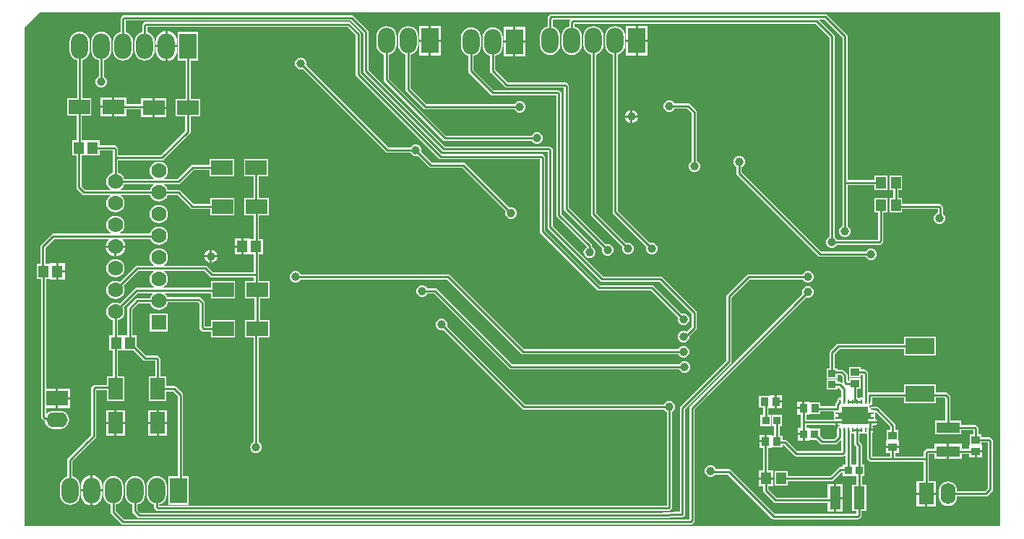
<source format=gbl>
G04*
G04 #@! TF.GenerationSoftware,Altium Limited,Altium Designer,20.2.5 (213)*
G04*
G04 Layer_Physical_Order=2*
G04 Layer_Color=16711680*
%FSAX44Y44*%
%MOMM*%
G71*
G04*
G04 #@! TF.SameCoordinates,DEE1CB44-B07E-4D6A-B40A-D2815B2109DB*
G04*
G04*
G04 #@! TF.FilePolarity,Positive*
G04*
G01*
G75*
%ADD14C,0.2540*%
%ADD21R,1.3000X1.4000*%
%ADD22R,1.1500X1.3500*%
%ADD35R,1.7780X1.7780*%
%ADD36C,1.7780*%
%ADD41O,2.0000X3.0000*%
%ADD42R,2.0000X3.0000*%
%ADD43R,2.5000X1.7500*%
%ADD44O,2.5000X1.7500*%
%ADD45O,1.7500X2.5000*%
%ADD46R,1.7500X2.5000*%
%ADD47C,1.0000*%
%ADD48O,0.6000X0.2400*%
%ADD49O,0.2400X0.6000*%
%ADD50R,0.3000X0.3000*%
%ADD51R,0.9500X0.8500*%
%ADD52R,0.8500X0.9500*%
%ADD53R,0.9000X1.0000*%
%ADD54R,3.4000X1.8500*%
%ADD55R,1.3000X2.7000*%
%ADD56R,1.0000X0.9000*%
%ADD57R,2.7000X1.3000*%
%ADD58R,2.5000X1.7000*%
%ADD59R,1.7000X2.5000*%
G36*
X01545590Y00262890D02*
X01545590Y00262890D01*
X00402590D01*
X00402590Y00847091D01*
X00420369Y00864870D01*
X01545590D01*
Y00262890D01*
D02*
G37*
%LPC*%
G36*
X01132680Y00849390D02*
X01121410D01*
Y00833120D01*
X01132680D01*
Y00849390D01*
D02*
G37*
G36*
X01118870D02*
X01107600D01*
Y00833120D01*
X01118870D01*
Y00849390D01*
D02*
G37*
G36*
X00890110D02*
X00878840D01*
Y00833120D01*
X00890110D01*
Y00849390D01*
D02*
G37*
G36*
X00876300D02*
X00865030D01*
Y00833120D01*
X00876300D01*
Y00849390D01*
D02*
G37*
G36*
X00989170Y00848120D02*
X00977900D01*
Y00831850D01*
X00989170D01*
Y00848120D01*
D02*
G37*
G36*
X00975360D02*
X00964090D01*
Y00831850D01*
X00975360D01*
Y00848120D01*
D02*
G37*
G36*
X00570230Y00842981D02*
Y00826770D01*
X00581608D01*
Y00830500D01*
X00581177Y00833774D01*
X00579914Y00836824D01*
X00577904Y00839444D01*
X00575284Y00841454D01*
X00572234Y00842717D01*
X00570230Y00842981D01*
D02*
G37*
G36*
X00567690D02*
X00565686Y00842717D01*
X00562636Y00841454D01*
X00560016Y00839444D01*
X00558006Y00836824D01*
X00556743Y00833774D01*
X00556312Y00830500D01*
Y00826770D01*
X00567690D01*
Y00842981D01*
D02*
G37*
G36*
X01132680Y00830580D02*
X01121410D01*
Y00814310D01*
X01132680D01*
Y00830580D01*
D02*
G37*
G36*
X01118870D02*
X01107600D01*
Y00814310D01*
X01118870D01*
Y00830580D01*
D02*
G37*
G36*
X00890110D02*
X00878840D01*
Y00814310D01*
X00890110D01*
Y00830580D01*
D02*
G37*
G36*
X00876300D02*
X00865030D01*
Y00814310D01*
X00876300D01*
Y00830580D01*
D02*
G37*
G36*
X00989170Y00829310D02*
X00977900D01*
Y00813040D01*
X00989170D01*
Y00829310D01*
D02*
G37*
G36*
X00975360D02*
X00964090D01*
Y00813040D01*
X00975360D01*
Y00829310D01*
D02*
G37*
G36*
X00581608Y00824230D02*
X00570230D01*
Y00808019D01*
X00572234Y00808283D01*
X00575284Y00809546D01*
X00577904Y00811556D01*
X00579914Y00814176D01*
X00581177Y00817226D01*
X00581608Y00820500D01*
Y00824230D01*
D02*
G37*
G36*
X00567690D02*
X00556312D01*
Y00820500D01*
X00556743Y00817226D01*
X00558006Y00814176D01*
X00560016Y00811556D01*
X00562636Y00809546D01*
X00565686Y00808283D01*
X00567690Y00808019D01*
Y00824230D01*
D02*
G37*
G36*
X00492760Y00842380D02*
X00489685Y00841975D01*
X00486820Y00840788D01*
X00484360Y00838900D01*
X00482472Y00836440D01*
X00481285Y00833575D01*
X00480880Y00830500D01*
Y00820500D01*
X00481285Y00817425D01*
X00482472Y00814560D01*
X00484360Y00812100D01*
X00486820Y00810212D01*
X00489652Y00809039D01*
Y00789639D01*
X00489342Y00789511D01*
X00487926Y00788424D01*
X00486839Y00787008D01*
X00486157Y00785359D01*
X00485924Y00783590D01*
X00486157Y00781821D01*
X00486839Y00780172D01*
X00487926Y00778756D01*
X00489342Y00777669D01*
X00490991Y00776986D01*
X00492760Y00776753D01*
X00494529Y00776986D01*
X00496178Y00777669D01*
X00497594Y00778756D01*
X00498681Y00780172D01*
X00499364Y00781821D01*
X00499596Y00783590D01*
X00499364Y00785359D01*
X00498681Y00787008D01*
X00497594Y00788424D01*
X00496178Y00789511D01*
X00495868Y00789639D01*
Y00809039D01*
X00498700Y00810212D01*
X00501160Y00812100D01*
X00503048Y00814560D01*
X00504235Y00817425D01*
X00504640Y00820500D01*
Y00830500D01*
X00504235Y00833575D01*
X00503048Y00836440D01*
X00501160Y00838900D01*
X00498700Y00840788D01*
X00495835Y00841975D01*
X00492760Y00842380D01*
D02*
G37*
G36*
X00505460Y00765420D02*
X00491690D01*
Y00755650D01*
X00505460D01*
Y00765420D01*
D02*
G37*
G36*
X00569080Y00764150D02*
X00555310D01*
Y00754380D01*
X00569080D01*
Y00764150D01*
D02*
G37*
G36*
X00852170Y00848730D02*
X00849095Y00848325D01*
X00846230Y00847138D01*
X00843770Y00845250D01*
X00841882Y00842790D01*
X00840695Y00839925D01*
X00840290Y00836850D01*
Y00826850D01*
X00840695Y00823775D01*
X00841882Y00820910D01*
X00843770Y00818450D01*
X00846230Y00816562D01*
X00849062Y00815389D01*
Y00774700D01*
X00849299Y00773511D01*
X00849973Y00772503D01*
X00870293Y00752182D01*
X00871301Y00751509D01*
X00872490Y00751272D01*
X00976931D01*
X00977059Y00750962D01*
X00978146Y00749546D01*
X00979562Y00748459D01*
X00981211Y00747776D01*
X00982980Y00747543D01*
X00984749Y00747776D01*
X00986398Y00748459D01*
X00987814Y00749546D01*
X00988901Y00750962D01*
X00989584Y00752611D01*
X00989817Y00754380D01*
X00989584Y00756149D01*
X00988901Y00757798D01*
X00987814Y00759214D01*
X00986398Y00760301D01*
X00984749Y00760984D01*
X00982980Y00761217D01*
X00981211Y00760984D01*
X00979562Y00760301D01*
X00978146Y00759214D01*
X00977059Y00757798D01*
X00976931Y00757488D01*
X00873777D01*
X00855278Y00775987D01*
Y00815389D01*
X00858110Y00816562D01*
X00860570Y00818450D01*
X00862458Y00820910D01*
X00863645Y00823775D01*
X00864050Y00826850D01*
Y00836850D01*
X00863645Y00839925D01*
X00862458Y00842790D01*
X00860570Y00845250D01*
X00858110Y00847138D01*
X00855245Y00848325D01*
X00852170Y00848730D01*
D02*
G37*
G36*
X01115060Y00750388D02*
Y00744220D01*
X01121228D01*
X01121136Y00744918D01*
X01120376Y00746752D01*
X01119168Y00748328D01*
X01117592Y00749536D01*
X01115758Y00750296D01*
X01115060Y00750388D01*
D02*
G37*
G36*
X01112520D02*
X01111822Y00750296D01*
X01109987Y00749536D01*
X01108412Y00748328D01*
X01107204Y00746752D01*
X01106444Y00744918D01*
X01106352Y00744220D01*
X01112520D01*
Y00750388D01*
D02*
G37*
G36*
X00505460Y00753110D02*
X00491690D01*
Y00743340D01*
X00505460D01*
Y00753110D01*
D02*
G37*
G36*
X00569080Y00751840D02*
X00555310D01*
Y00742070D01*
X00569080D01*
Y00751840D01*
D02*
G37*
G36*
X00521770Y00765420D02*
X00508000D01*
Y00754380D01*
Y00743340D01*
X00521770D01*
Y00751272D01*
X00539000D01*
Y00742070D01*
X00552770D01*
Y00753110D01*
Y00764150D01*
X00539000D01*
Y00757488D01*
X00521770D01*
Y00765420D01*
D02*
G37*
G36*
X01121228Y00741680D02*
X01115060D01*
Y00735512D01*
X01115758Y00735604D01*
X01117592Y00736364D01*
X01119168Y00737572D01*
X01120376Y00739147D01*
X01121136Y00740982D01*
X01121228Y00741680D01*
D02*
G37*
G36*
X01112520D02*
X01106352D01*
X01106444Y00740982D01*
X01107204Y00739147D01*
X01108412Y00737572D01*
X01109987Y00736364D01*
X01111822Y00735604D01*
X01112520Y00735512D01*
Y00741680D01*
D02*
G37*
G36*
X00826770Y00848730D02*
X00823695Y00848325D01*
X00820830Y00847138D01*
X00818370Y00845250D01*
X00816482Y00842790D01*
X00815295Y00839925D01*
X00814890Y00836850D01*
Y00826850D01*
X00815295Y00823775D01*
X00816482Y00820910D01*
X00818370Y00818450D01*
X00820830Y00816562D01*
X00823662Y00815389D01*
Y00786130D01*
X00823899Y00784941D01*
X00824573Y00783932D01*
X00893152Y00715352D01*
X00894161Y00714679D01*
X00895350Y00714442D01*
X00997251D01*
X00997379Y00714132D01*
X00998466Y00712716D01*
X00999882Y00711629D01*
X01001531Y00710947D01*
X01003300Y00710714D01*
X01005069Y00710947D01*
X01006718Y00711629D01*
X01008134Y00712716D01*
X01009221Y00714132D01*
X01009903Y00715781D01*
X01010136Y00717550D01*
X01009903Y00719319D01*
X01009221Y00720968D01*
X01008134Y00722384D01*
X01006718Y00723471D01*
X01005069Y00724154D01*
X01003300Y00724387D01*
X01001531Y00724154D01*
X00999882Y00723471D01*
X00998466Y00722384D01*
X00997379Y00720968D01*
X00997251Y00720658D01*
X00896637D01*
X00829878Y00787417D01*
Y00815389D01*
X00832710Y00816562D01*
X00835170Y00818450D01*
X00837058Y00820910D01*
X00838245Y00823775D01*
X00838650Y00826850D01*
Y00836850D01*
X00838245Y00839925D01*
X00837058Y00842790D01*
X00835170Y00845250D01*
X00832710Y00847138D01*
X00829845Y00848325D01*
X00826770Y00848730D01*
D02*
G37*
G36*
X01158240Y00762058D02*
X01156471Y00761825D01*
X01154822Y00761143D01*
X01153406Y00760056D01*
X01152319Y00758640D01*
X01151637Y00756991D01*
X01151404Y00755222D01*
X01151637Y00753453D01*
X01152319Y00751804D01*
X01153406Y00750388D01*
X01154822Y00749301D01*
X01156471Y00748618D01*
X01158240Y00748385D01*
X01160009Y00748618D01*
X01161658Y00749301D01*
X01163074Y00750388D01*
X01164161Y00751804D01*
X01164289Y00752114D01*
X01178971D01*
X01184342Y00746743D01*
Y00690579D01*
X01184032Y00690451D01*
X01182616Y00689364D01*
X01181529Y00687948D01*
X01180846Y00686299D01*
X01180613Y00684530D01*
X01180846Y00682761D01*
X01181529Y00681112D01*
X01182616Y00679696D01*
X01184032Y00678609D01*
X01185681Y00677926D01*
X01187450Y00677693D01*
X01189219Y00677926D01*
X01190868Y00678609D01*
X01192284Y00679696D01*
X01193371Y00681112D01*
X01194053Y00682761D01*
X01194286Y00684530D01*
X01194053Y00686299D01*
X01193371Y00687948D01*
X01192284Y00689364D01*
X01190868Y00690451D01*
X01190558Y00690579D01*
Y00748030D01*
X01190321Y00749219D01*
X01189648Y00750228D01*
X01182456Y00757420D01*
X01181447Y00758093D01*
X01180258Y00758330D01*
X01164289D01*
X01164161Y00758640D01*
X01163074Y00760056D01*
X01161658Y00761143D01*
X01160009Y00761825D01*
X01158240Y00762058D01*
D02*
G37*
G36*
X00467360Y00842380D02*
X00464285Y00841975D01*
X00461420Y00840788D01*
X00458960Y00838900D01*
X00457072Y00836440D01*
X00455885Y00833575D01*
X00455480Y00830500D01*
Y00820500D01*
X00455885Y00817425D01*
X00457072Y00814560D01*
X00458960Y00812100D01*
X00461420Y00810212D01*
X00464252Y00809039D01*
Y00764658D01*
X00452452D01*
Y00744102D01*
X00463622D01*
Y00714898D01*
X00458322D01*
Y00697342D01*
X00463492D01*
Y00659890D01*
X00463729Y00658701D01*
X00464403Y00657692D01*
X00470243Y00651852D01*
X00471251Y00651179D01*
X00472440Y00650942D01*
X00503015D01*
X00503269Y00650192D01*
X00501661Y00648959D01*
X00499952Y00646730D01*
X00498877Y00644135D01*
X00498510Y00641350D01*
X00498877Y00638565D01*
X00499952Y00635970D01*
X00501661Y00633741D01*
X00503890Y00632032D01*
X00506485Y00630957D01*
X00509270Y00630590D01*
X00512055Y00630957D01*
X00514650Y00632032D01*
X00516879Y00633741D01*
X00518588Y00635970D01*
X00519663Y00638565D01*
X00520030Y00641350D01*
X00519663Y00644135D01*
X00518588Y00646730D01*
X00516879Y00648959D01*
X00515271Y00650192D01*
X00515525Y00650942D01*
X00549810D01*
X00550751Y00648670D01*
X00552462Y00646441D01*
X00554690Y00644732D01*
X00557285Y00643657D01*
X00560070Y00643290D01*
X00562855Y00643657D01*
X00565450Y00644732D01*
X00567678Y00646441D01*
X00569389Y00648670D01*
X00570330Y00650942D01*
X00581643D01*
X00597243Y00635342D01*
X00598251Y00634669D01*
X00599440Y00634432D01*
X00620092D01*
Y00627262D01*
X00648648D01*
Y00647818D01*
X00620092D01*
Y00640648D01*
X00600727D01*
X00585127Y00656247D01*
X00584119Y00656921D01*
X00582930Y00657158D01*
X00570330D01*
X00569389Y00659430D01*
X00567678Y00661658D01*
X00566071Y00662892D01*
X00566325Y00663642D01*
X00583142D01*
X00584331Y00663879D01*
X00585340Y00664553D01*
X00600939Y00680152D01*
X00619772D01*
Y00672982D01*
X00648328D01*
Y00693538D01*
X00619772D01*
Y00686368D01*
X00599652D01*
X00598463Y00686131D01*
X00597454Y00685458D01*
X00581855Y00669858D01*
X00566325D01*
X00566071Y00670608D01*
X00567678Y00671842D01*
X00569389Y00674070D01*
X00570463Y00676665D01*
X00570830Y00679450D01*
X00570463Y00682235D01*
X00569389Y00684830D01*
X00567678Y00687058D01*
X00565450Y00688768D01*
X00562855Y00689843D01*
X00560070Y00690210D01*
X00557285Y00689843D01*
X00554690Y00688768D01*
X00552462Y00687058D01*
X00550751Y00684830D01*
X00549677Y00682235D01*
X00549310Y00679450D01*
X00549677Y00676665D01*
X00550751Y00674070D01*
X00552462Y00671842D01*
X00554069Y00670608D01*
X00553815Y00669858D01*
X00519530D01*
X00518588Y00672130D01*
X00516879Y00674359D01*
X00514650Y00676068D01*
X00512378Y00677010D01*
Y00691582D01*
X00563880D01*
X00565069Y00691819D01*
X00566077Y00692493D01*
X00596237Y00722653D01*
X00596911Y00723661D01*
X00597148Y00724850D01*
Y00742832D01*
X00608318D01*
Y00763388D01*
X00597468D01*
Y00808722D01*
X00606138D01*
Y00842278D01*
X00582582D01*
Y00808722D01*
X00591252D01*
Y00763388D01*
X00579762D01*
Y00742832D01*
X00590932D01*
Y00726137D01*
X00562593Y00697798D01*
X00512378D01*
Y00704632D01*
X00512141Y00705821D01*
X00511468Y00706830D01*
X00509980Y00708317D01*
X00508971Y00708991D01*
X00507782Y00709228D01*
X00490878D01*
Y00714898D01*
X00469838D01*
Y00744102D01*
X00481008D01*
Y00764658D01*
X00470468D01*
Y00809039D01*
X00473300Y00810212D01*
X00475760Y00812100D01*
X00477648Y00814560D01*
X00478835Y00817425D01*
X00479240Y00820500D01*
Y00830500D01*
X00478835Y00833575D01*
X00477648Y00836440D01*
X00475760Y00838900D01*
X00473300Y00840788D01*
X00470435Y00841975D01*
X00467360Y00842380D01*
D02*
G37*
G36*
X01341120Y00862898D02*
X01020028D01*
X01018839Y00862661D01*
X01017830Y00861988D01*
X01016342Y00860500D01*
X01015669Y00859491D01*
X01015432Y00858302D01*
Y00848311D01*
X01012600Y00847138D01*
X01010140Y00845250D01*
X01008252Y00842790D01*
X01007065Y00839925D01*
X01006660Y00836850D01*
Y00826850D01*
X01007065Y00823775D01*
X01008252Y00820910D01*
X01010140Y00818450D01*
X01012600Y00816562D01*
X01015465Y00815375D01*
X01018540Y00814970D01*
X01021615Y00815375D01*
X01024480Y00816562D01*
X01026940Y00818450D01*
X01028828Y00820910D01*
X01030015Y00823775D01*
X01030420Y00826850D01*
Y00836850D01*
X01030015Y00839925D01*
X01028828Y00842790D01*
X01026940Y00845250D01*
X01024480Y00847138D01*
X01021648Y00848311D01*
Y00856682D01*
X01042025D01*
X01042312Y00855989D01*
X01041742Y00855420D01*
X01041069Y00854411D01*
X01040832Y00853222D01*
Y00848311D01*
X01038000Y00847138D01*
X01035540Y00845250D01*
X01033652Y00842790D01*
X01032465Y00839925D01*
X01032060Y00836850D01*
Y00826850D01*
X01032465Y00823775D01*
X01033652Y00820910D01*
X01035540Y00818450D01*
X01038000Y00816562D01*
X01040865Y00815375D01*
X01043940Y00814970D01*
X01047015Y00815375D01*
X01049880Y00816562D01*
X01052340Y00818450D01*
X01054228Y00820910D01*
X01055415Y00823775D01*
X01055820Y00826850D01*
Y00836850D01*
X01055415Y00839925D01*
X01054228Y00842790D01*
X01052340Y00845250D01*
X01049880Y00847138D01*
X01047048Y00848311D01*
Y00851602D01*
X01329673D01*
X01345632Y00835643D01*
Y00601679D01*
X01345322Y00601551D01*
X01343906Y00600464D01*
X01342819Y00599048D01*
X01342137Y00597399D01*
X01341904Y00595630D01*
X01342137Y00593861D01*
X01342819Y00592212D01*
X01343906Y00590796D01*
X01345322Y00589709D01*
X01346971Y00589026D01*
X01348740Y00588793D01*
X01350509Y00589026D01*
X01352158Y00589709D01*
X01353574Y00590796D01*
X01354661Y00592212D01*
X01354789Y00592522D01*
X01404402D01*
X01405591Y00592759D01*
X01406600Y00593433D01*
X01408087Y00594920D01*
X01408761Y00595929D01*
X01408998Y00597118D01*
Y00630282D01*
X01413558D01*
Y00647338D01*
X01398502D01*
Y00630282D01*
X01402782D01*
Y00598738D01*
X01354789D01*
X01354661Y00599048D01*
X01353574Y00600464D01*
X01352158Y00601551D01*
X01351848Y00601679D01*
Y00836930D01*
X01351611Y00838119D01*
X01350938Y00839128D01*
X01334076Y00855989D01*
X01334363Y00856682D01*
X01339833D01*
X01360872Y00835643D01*
Y00665480D01*
Y00614379D01*
X01360562Y00614251D01*
X01359146Y00613164D01*
X01358059Y00611748D01*
X01357377Y00610099D01*
X01357144Y00608330D01*
X01357377Y00606561D01*
X01358059Y00604912D01*
X01359146Y00603496D01*
X01360562Y00602409D01*
X01362211Y00601726D01*
X01363980Y00601493D01*
X01365749Y00601726D01*
X01367398Y00602409D01*
X01368814Y00603496D01*
X01369901Y00604912D01*
X01370583Y00606561D01*
X01370816Y00608330D01*
X01370583Y00610099D01*
X01369901Y00611748D01*
X01368814Y00613164D01*
X01367398Y00614251D01*
X01367088Y00614379D01*
Y00662372D01*
X01398502D01*
Y00656952D01*
X01413558D01*
Y00674008D01*
X01398502D01*
Y00668588D01*
X01367088D01*
Y00836930D01*
X01366851Y00838119D01*
X01366178Y00839128D01*
X01343318Y00861988D01*
X01342309Y00862661D01*
X01341120Y00862898D01*
D02*
G37*
G36*
X00726440Y00812017D02*
X00724671Y00811784D01*
X00723022Y00811101D01*
X00721606Y00810014D01*
X00720519Y00808598D01*
X00719837Y00806949D01*
X00719604Y00805180D01*
X00719837Y00803411D01*
X00720519Y00801762D01*
X00721606Y00800346D01*
X00723022Y00799259D01*
X00724671Y00798577D01*
X00726440Y00798344D01*
X00728209Y00798577D01*
X00728520Y00798705D01*
X00825843Y00701383D01*
X00826851Y00700709D01*
X00828040Y00700472D01*
X00855011D01*
X00855139Y00700162D01*
X00856226Y00698746D01*
X00857642Y00697659D01*
X00859291Y00696976D01*
X00861060Y00696743D01*
X00862829Y00696976D01*
X00863140Y00697105D01*
X00876643Y00683603D01*
X00877651Y00682929D01*
X00878840Y00682692D01*
X00915653D01*
X00966345Y00632000D01*
X00966217Y00631689D01*
X00965984Y00629920D01*
X00966217Y00628151D01*
X00966899Y00626502D01*
X00967986Y00625086D01*
X00969402Y00623999D01*
X00971051Y00623316D01*
X00972820Y00623083D01*
X00974589Y00623316D01*
X00976238Y00623999D01*
X00977654Y00625086D01*
X00978741Y00626502D01*
X00979424Y00628151D01*
X00979657Y00629920D01*
X00979424Y00631689D01*
X00978741Y00633338D01*
X00977654Y00634754D01*
X00976238Y00635841D01*
X00974589Y00636524D01*
X00972820Y00636757D01*
X00971051Y00636524D01*
X00970740Y00636395D01*
X00919137Y00687998D01*
X00918129Y00688671D01*
X00916940Y00688908D01*
X00880127D01*
X00867535Y00701500D01*
X00867663Y00701811D01*
X00867896Y00703580D01*
X00867663Y00705349D01*
X00866981Y00706998D01*
X00865894Y00708414D01*
X00864478Y00709501D01*
X00862829Y00710183D01*
X00861060Y00710416D01*
X00859291Y00710183D01*
X00857642Y00709501D01*
X00856226Y00708414D01*
X00855139Y00706998D01*
X00855011Y00706688D01*
X00829327D01*
X00732915Y00803100D01*
X00733044Y00803411D01*
X00733277Y00805180D01*
X00733044Y00806949D01*
X00732361Y00808598D01*
X00731274Y00810014D01*
X00729858Y00811101D01*
X00728209Y00811784D01*
X00726440Y00812017D01*
D02*
G37*
G36*
X00560070Y00639410D02*
X00557285Y00639043D01*
X00554690Y00637968D01*
X00552462Y00636259D01*
X00550751Y00634030D01*
X00549677Y00631435D01*
X00549310Y00628650D01*
X00549677Y00625865D01*
X00550751Y00623270D01*
X00552462Y00621041D01*
X00554690Y00619332D01*
X00557285Y00618257D01*
X00560070Y00617890D01*
X00562855Y00618257D01*
X00565450Y00619332D01*
X00567678Y00621041D01*
X00569389Y00623270D01*
X00570463Y00625865D01*
X00570830Y00628650D01*
X00570463Y00631435D01*
X00569389Y00634030D01*
X00567678Y00636259D01*
X00565450Y00637968D01*
X00562855Y00639043D01*
X00560070Y00639410D01*
D02*
G37*
G36*
X01431058Y00674008D02*
X01416002D01*
Y00656952D01*
X01420422D01*
Y00647338D01*
X01416002D01*
Y00630282D01*
X01431058D01*
Y00634432D01*
X01472632D01*
Y00630145D01*
X01471052Y00629491D01*
X01469636Y00628404D01*
X01468549Y00626988D01*
X01467867Y00625339D01*
X01467634Y00623570D01*
X01467867Y00621801D01*
X01468549Y00620152D01*
X01469636Y00618736D01*
X01471052Y00617649D01*
X01472701Y00616967D01*
X01474470Y00616734D01*
X01476239Y00616967D01*
X01477888Y00617649D01*
X01479304Y00618736D01*
X01480391Y00620152D01*
X01481073Y00621801D01*
X01481306Y00623570D01*
X01481073Y00625339D01*
X01480391Y00626988D01*
X01479304Y00628404D01*
X01478848Y00628754D01*
Y00636052D01*
X01478611Y00637241D01*
X01477937Y00638250D01*
X01476450Y00639738D01*
X01475441Y00640411D01*
X01474252Y00640648D01*
X01431058D01*
Y00647338D01*
X01426638D01*
Y00656952D01*
X01431058D01*
Y00674008D01*
D02*
G37*
G36*
X00688328Y00693538D02*
X00659772D01*
Y00672982D01*
X00670942D01*
Y00647818D01*
X00660092D01*
Y00627262D01*
X00671262D01*
Y00599328D01*
X00666900D01*
Y00600090D01*
X00659130D01*
Y00590550D01*
Y00581010D01*
X00666900D01*
Y00581772D01*
X00671262D01*
Y00560638D01*
X00623587D01*
X00616878Y00567347D01*
X00615869Y00568021D01*
X00614680Y00568258D01*
X00566325D01*
X00566071Y00569008D01*
X00567678Y00570242D01*
X00569389Y00572470D01*
X00570463Y00575065D01*
X00570830Y00577850D01*
X00570463Y00580635D01*
X00569389Y00583230D01*
X00567678Y00585458D01*
X00565450Y00587169D01*
X00562855Y00588243D01*
X00560070Y00588610D01*
X00557285Y00588243D01*
X00554690Y00587169D01*
X00552462Y00585458D01*
X00550751Y00583230D01*
X00549677Y00580635D01*
X00549310Y00577850D01*
X00549677Y00575065D01*
X00550751Y00572470D01*
X00552462Y00570242D01*
X00554069Y00569008D01*
X00553815Y00568258D01*
X00534670D01*
X00533481Y00568021D01*
X00532472Y00567347D01*
X00514327Y00549202D01*
X00512055Y00550143D01*
X00509270Y00550510D01*
X00506485Y00550143D01*
X00503890Y00549068D01*
X00501661Y00547359D01*
X00499952Y00545130D01*
X00498877Y00542535D01*
X00498510Y00539750D01*
X00498877Y00536965D01*
X00499952Y00534370D01*
X00501661Y00532141D01*
X00503890Y00530432D01*
X00506485Y00529357D01*
X00509270Y00528990D01*
X00512055Y00529357D01*
X00514650Y00530432D01*
X00516879Y00532141D01*
X00518588Y00534370D01*
X00519663Y00536965D01*
X00520030Y00539750D01*
X00519663Y00542535D01*
X00518722Y00544807D01*
X00535957Y00562042D01*
X00553815D01*
X00554069Y00561292D01*
X00552462Y00560059D01*
X00550751Y00557830D01*
X00549677Y00555235D01*
X00549310Y00552450D01*
X00549677Y00549665D01*
X00550751Y00547070D01*
X00552462Y00544841D01*
X00554690Y00543131D01*
X00555415Y00542831D01*
X00555268Y00542096D01*
X00533908D01*
X00532719Y00541859D01*
X00531711Y00541185D01*
X00514327Y00523802D01*
X00512055Y00524743D01*
X00509270Y00525110D01*
X00506485Y00524743D01*
X00503890Y00523669D01*
X00501661Y00521959D01*
X00499952Y00519730D01*
X00498877Y00517135D01*
X00498510Y00514350D01*
X00498877Y00511565D01*
X00499952Y00508970D01*
X00501661Y00506741D01*
X00503890Y00505032D01*
X00506162Y00504090D01*
Y00486298D01*
X00501882D01*
Y00468742D01*
X00506162D01*
Y00438138D01*
X00498992D01*
Y00428558D01*
X00485358D01*
X00484169Y00428321D01*
X00483160Y00427648D01*
X00481673Y00426160D01*
X00480999Y00425151D01*
X00480762Y00423962D01*
Y00369587D01*
X00475323Y00364147D01*
X00475322Y00364147D01*
X00453732Y00342557D01*
X00453059Y00341549D01*
X00452822Y00340360D01*
Y00321261D01*
X00449990Y00320088D01*
X00447530Y00318200D01*
X00445642Y00315740D01*
X00444455Y00312875D01*
X00444050Y00309800D01*
Y00299800D01*
X00444455Y00296725D01*
X00445642Y00293860D01*
X00447530Y00291400D01*
X00449990Y00289512D01*
X00452855Y00288325D01*
X00455930Y00287920D01*
X00459005Y00288325D01*
X00461870Y00289512D01*
X00464330Y00291400D01*
X00466218Y00293860D01*
X00467405Y00296725D01*
X00467810Y00299800D01*
Y00309800D01*
X00467405Y00312875D01*
X00466218Y00315740D01*
X00464330Y00318200D01*
X00461870Y00320088D01*
X00459038Y00321261D01*
Y00339073D01*
X00479717Y00359753D01*
X00479717Y00359753D01*
X00486068Y00366102D01*
X00486741Y00367111D01*
X00486978Y00368300D01*
Y00422342D01*
X00498992D01*
Y00409582D01*
X00519548D01*
Y00438138D01*
X00512378D01*
Y00468742D01*
X00530543D01*
X00541743Y00457542D01*
X00542751Y00456869D01*
X00543940Y00456632D01*
X00555692D01*
Y00438138D01*
X00548522D01*
Y00409582D01*
X00569078D01*
Y00420752D01*
X00576883D01*
X00582362Y00415273D01*
Y00321578D01*
X00571152D01*
Y00288022D01*
X00594708D01*
Y00321578D01*
X00588578D01*
Y00416560D01*
X00588341Y00417749D01*
X00587668Y00418758D01*
X00580368Y00426058D01*
X00579359Y00426731D01*
X00578170Y00426968D01*
X00569078D01*
Y00438138D01*
X00561908D01*
Y00458252D01*
X00561671Y00459441D01*
X00560998Y00460450D01*
X00559510Y00461937D01*
X00558501Y00462611D01*
X00557312Y00462848D01*
X00545227D01*
X00534438Y00473637D01*
Y00486298D01*
X00529268D01*
Y00517035D01*
X00536175Y00523942D01*
X00549810D01*
X00550751Y00521670D01*
X00552462Y00519441D01*
X00554690Y00517732D01*
X00557285Y00516657D01*
X00560070Y00516290D01*
X00562855Y00516657D01*
X00565450Y00517732D01*
X00567678Y00519441D01*
X00569389Y00521670D01*
X00570463Y00524265D01*
X00570588Y00525212D01*
X00605773D01*
X00607762Y00523223D01*
Y00495518D01*
X00607999Y00494329D01*
X00608672Y00493320D01*
X00610160Y00491833D01*
X00611169Y00491159D01*
X00612358Y00490922D01*
X00621042D01*
Y00483752D01*
X00649598D01*
Y00504308D01*
X00621042D01*
Y00497138D01*
X00613978D01*
Y00524510D01*
X00613741Y00525699D01*
X00613068Y00526707D01*
X00609258Y00530518D01*
X00608249Y00531191D01*
X00607060Y00531428D01*
X00569804D01*
X00569389Y00532430D01*
X00567678Y00534659D01*
X00567012Y00535170D01*
X00567253Y00535880D01*
X00621042D01*
Y00529472D01*
X00649598D01*
Y00550028D01*
X00621042D01*
Y00542096D01*
X00564872D01*
X00564725Y00542831D01*
X00565450Y00543131D01*
X00567678Y00544841D01*
X00569389Y00547070D01*
X00570463Y00549665D01*
X00570830Y00552450D01*
X00570463Y00555235D01*
X00569389Y00557830D01*
X00567678Y00560059D01*
X00566071Y00561292D01*
X00566325Y00562042D01*
X00613393D01*
X00620103Y00555332D01*
X00621111Y00554659D01*
X00622300Y00554422D01*
X00671262D01*
Y00550028D01*
X00661042D01*
Y00529472D01*
X00672212D01*
Y00504308D01*
X00661042D01*
Y00483752D01*
X00670887D01*
Y00361285D01*
X00670576Y00361156D01*
X00669160Y00360070D01*
X00668074Y00358654D01*
X00667391Y00357005D01*
X00667158Y00355235D01*
X00667391Y00353466D01*
X00668074Y00351817D01*
X00669160Y00350401D01*
X00670576Y00349315D01*
X00672225Y00348632D01*
X00673995Y00348399D01*
X00675764Y00348632D01*
X00677413Y00349315D01*
X00678829Y00350401D01*
X00679915Y00351817D01*
X00680598Y00353466D01*
X00680831Y00355235D01*
X00680598Y00357005D01*
X00679915Y00358654D01*
X00678829Y00360070D01*
X00677413Y00361156D01*
X00677102Y00361285D01*
Y00483752D01*
X00689598D01*
Y00504308D01*
X00678428D01*
Y00529472D01*
X00689598D01*
Y00550028D01*
X00677478D01*
Y00557530D01*
Y00581772D01*
X00682138D01*
Y00599328D01*
X00677478D01*
Y00627262D01*
X00688648D01*
Y00647818D01*
X00677158D01*
Y00672982D01*
X00688328D01*
Y00693538D01*
D02*
G37*
G36*
X00509270Y00626710D02*
X00506485Y00626343D01*
X00503890Y00625269D01*
X00501661Y00623559D01*
X00499952Y00621330D01*
X00498877Y00618735D01*
X00498510Y00615950D01*
X00498877Y00613165D01*
X00499952Y00610570D01*
X00501661Y00608341D01*
X00503890Y00606632D01*
X00504615Y00606331D01*
X00504468Y00605596D01*
X00436118D01*
X00434929Y00605359D01*
X00433921Y00604686D01*
X00421982Y00592747D01*
X00421309Y00591739D01*
X00421072Y00590550D01*
Y00570118D01*
X00416792D01*
Y00552562D01*
X00421962D01*
Y00391138D01*
X00422199Y00389949D01*
X00422873Y00388941D01*
X00424360Y00387453D01*
X00425369Y00386779D01*
X00426424Y00386569D01*
X00426683Y00384602D01*
X00427744Y00382041D01*
X00429431Y00379841D01*
X00431631Y00378154D01*
X00434192Y00377093D01*
X00436940Y00376731D01*
X00444440D01*
X00447188Y00377093D01*
X00449749Y00378154D01*
X00451949Y00379841D01*
X00453636Y00382041D01*
X00454697Y00384602D01*
X00455059Y00387350D01*
X00454697Y00390098D01*
X00453636Y00392659D01*
X00451949Y00394859D01*
X00449749Y00396546D01*
X00447188Y00397607D01*
X00444440Y00397969D01*
X00436940D01*
X00434192Y00397607D01*
X00431631Y00396546D01*
X00429431Y00394859D01*
X00428888Y00394151D01*
X00428178Y00394392D01*
Y00401460D01*
X00439420D01*
Y00412750D01*
Y00424040D01*
X00428178D01*
Y00552562D01*
X00432030D01*
Y00551800D01*
X00439800D01*
Y00561340D01*
Y00570880D01*
X00432030D01*
Y00570118D01*
X00427288D01*
Y00589263D01*
X00437405Y00599380D01*
X00500888D01*
X00500938Y00599234D01*
X00501063Y00598630D01*
X00499286Y00596314D01*
X00498134Y00593534D01*
X00497909Y00591820D01*
X00509270D01*
X00520631D01*
X00520406Y00593534D01*
X00519254Y00596314D01*
X00517477Y00598630D01*
X00517603Y00599234D01*
X00517652Y00599380D01*
X00550126D01*
X00550751Y00597870D01*
X00552462Y00595642D01*
X00554690Y00593932D01*
X00557285Y00592857D01*
X00560070Y00592490D01*
X00562855Y00592857D01*
X00565450Y00593932D01*
X00567678Y00595642D01*
X00569389Y00597870D01*
X00570463Y00600465D01*
X00570830Y00603250D01*
X00570463Y00606035D01*
X00569389Y00608630D01*
X00567678Y00610858D01*
X00565450Y00612569D01*
X00562855Y00613643D01*
X00560070Y00614010D01*
X00557285Y00613643D01*
X00554690Y00612569D01*
X00552462Y00610858D01*
X00550751Y00608630D01*
X00549677Y00606035D01*
X00549619Y00605596D01*
X00514072D01*
X00513925Y00606331D01*
X00514650Y00606632D01*
X00516879Y00608341D01*
X00518588Y00610570D01*
X00519663Y00613165D01*
X00520030Y00615950D01*
X00519663Y00618735D01*
X00518588Y00621330D01*
X00516879Y00623559D01*
X00514650Y00625269D01*
X00512055Y00626343D01*
X00509270Y00626710D01*
D02*
G37*
G36*
X00656590Y00600090D02*
X00648820D01*
Y00591820D01*
X00656590D01*
Y00600090D01*
D02*
G37*
G36*
X01094740Y00848730D02*
X01091665Y00848325D01*
X01088800Y00847138D01*
X01086340Y00845250D01*
X01084452Y00842790D01*
X01083265Y00839925D01*
X01082860Y00836850D01*
Y00826850D01*
X01083265Y00823775D01*
X01084452Y00820910D01*
X01086340Y00818450D01*
X01088800Y00816562D01*
X01091632Y00815389D01*
Y00631190D01*
X01091869Y00630001D01*
X01092542Y00628993D01*
X01131445Y00590090D01*
X01131317Y00589779D01*
X01131084Y00588010D01*
X01131317Y00586241D01*
X01131999Y00584592D01*
X01133086Y00583176D01*
X01134502Y00582089D01*
X01136151Y00581407D01*
X01137920Y00581174D01*
X01139689Y00581407D01*
X01141338Y00582089D01*
X01142754Y00583176D01*
X01143841Y00584592D01*
X01144523Y00586241D01*
X01144756Y00588010D01*
X01144523Y00589779D01*
X01143841Y00591428D01*
X01142754Y00592844D01*
X01141338Y00593931D01*
X01139689Y00594613D01*
X01137920Y00594846D01*
X01136151Y00594613D01*
X01135840Y00594485D01*
X01097848Y00632477D01*
Y00815389D01*
X01100680Y00816562D01*
X01103140Y00818450D01*
X01105028Y00820910D01*
X01106215Y00823775D01*
X01106620Y00826850D01*
Y00836850D01*
X01106215Y00839925D01*
X01105028Y00842790D01*
X01103140Y00845250D01*
X01100680Y00847138D01*
X01097815Y00848325D01*
X01094740Y00848730D01*
D02*
G37*
G36*
X01069340D02*
X01066265Y00848325D01*
X01063400Y00847138D01*
X01060940Y00845250D01*
X01059052Y00842790D01*
X01057865Y00839925D01*
X01057460Y00836850D01*
Y00826850D01*
X01057865Y00823775D01*
X01059052Y00820910D01*
X01060940Y00818450D01*
X01063400Y00816562D01*
X01066232Y00815389D01*
Y00628650D01*
X01066469Y00627461D01*
X01067142Y00626452D01*
X01103505Y00590090D01*
X01103376Y00589779D01*
X01103143Y00588010D01*
X01103376Y00586241D01*
X01104059Y00584592D01*
X01105146Y00583176D01*
X01106562Y00582089D01*
X01108211Y00581407D01*
X01109980Y00581174D01*
X01111749Y00581407D01*
X01113398Y00582089D01*
X01114814Y00583176D01*
X01115901Y00584592D01*
X01116583Y00586241D01*
X01116816Y00588010D01*
X01116583Y00589779D01*
X01115901Y00591428D01*
X01114814Y00592844D01*
X01113398Y00593931D01*
X01111749Y00594613D01*
X01109980Y00594846D01*
X01108211Y00594613D01*
X01107900Y00594485D01*
X01072448Y00629937D01*
Y00815389D01*
X01075280Y00816562D01*
X01077740Y00818450D01*
X01079628Y00820910D01*
X01080815Y00823775D01*
X01081220Y00826850D01*
Y00836850D01*
X01080815Y00839925D01*
X01079628Y00842790D01*
X01077740Y00845250D01*
X01075280Y00847138D01*
X01072415Y00848325D01*
X01069340Y00848730D01*
D02*
G37*
G36*
X00656590Y00589280D02*
X00648820D01*
Y00581010D01*
X00656590D01*
Y00589280D01*
D02*
G37*
G36*
X00622300Y00586558D02*
Y00580390D01*
X00628468D01*
X00628376Y00581088D01*
X00627616Y00582923D01*
X00626408Y00584498D01*
X00624832Y00585706D01*
X00622998Y00586466D01*
X00622300Y00586558D01*
D02*
G37*
G36*
X00619760D02*
X00619062Y00586466D01*
X00617228Y00585706D01*
X00615652Y00584498D01*
X00614444Y00582923D01*
X00613684Y00581088D01*
X00613592Y00580390D01*
X00619760D01*
Y00586558D01*
D02*
G37*
G36*
X00951230Y00847460D02*
X00948155Y00847055D01*
X00945290Y00845868D01*
X00942830Y00843980D01*
X00940942Y00841520D01*
X00939755Y00838655D01*
X00939350Y00835580D01*
Y00825580D01*
X00939755Y00822505D01*
X00940942Y00819640D01*
X00942830Y00817180D01*
X00945290Y00815292D01*
X00948122Y00814119D01*
Y00796290D01*
X00948359Y00795101D01*
X00949033Y00794092D01*
X00965543Y00777582D01*
X00966551Y00776909D01*
X00967740Y00776672D01*
X01034482D01*
Y00635000D01*
X01034719Y00633811D01*
X01035393Y00632803D01*
X01079375Y00588820D01*
X01079247Y00588509D01*
X01079014Y00586740D01*
X01079247Y00584971D01*
X01079929Y00583322D01*
X01081016Y00581906D01*
X01082432Y00580819D01*
X01084081Y00580136D01*
X01085850Y00579903D01*
X01087619Y00580136D01*
X01089268Y00580819D01*
X01090684Y00581906D01*
X01091771Y00583322D01*
X01092454Y00584971D01*
X01092686Y00586740D01*
X01092454Y00588509D01*
X01091771Y00590158D01*
X01090684Y00591574D01*
X01089268Y00592661D01*
X01087619Y00593344D01*
X01085850Y00593577D01*
X01084081Y00593344D01*
X01083770Y00593215D01*
X01040698Y00636287D01*
Y00778292D01*
X01040461Y00779481D01*
X01039788Y00780490D01*
X01038300Y00781977D01*
X01037291Y00782651D01*
X01036102Y00782888D01*
X00969027D01*
X00954338Y00797577D01*
Y00814119D01*
X00957170Y00815292D01*
X00959630Y00817180D01*
X00961518Y00819640D01*
X00962705Y00822505D01*
X00963110Y00825580D01*
Y00835580D01*
X00962705Y00838655D01*
X00961518Y00841520D01*
X00959630Y00843980D01*
X00957170Y00845868D01*
X00954305Y00847055D01*
X00951230Y00847460D01*
D02*
G37*
G36*
X00520631Y00589280D02*
X00510540D01*
Y00579189D01*
X00512254Y00579414D01*
X00515034Y00580566D01*
X00517422Y00582398D01*
X00519254Y00584786D01*
X00520406Y00587566D01*
X00520631Y00589280D01*
D02*
G37*
G36*
X00508000D02*
X00497909D01*
X00498134Y00587566D01*
X00499286Y00584786D01*
X00501118Y00582398D01*
X00503506Y00580566D01*
X00506286Y00579414D01*
X00508000Y00579189D01*
Y00589280D01*
D02*
G37*
G36*
X00925830Y00847460D02*
X00922755Y00847055D01*
X00919890Y00845868D01*
X00917430Y00843980D01*
X00915542Y00841520D01*
X00914355Y00838655D01*
X00913950Y00835580D01*
Y00825580D01*
X00914355Y00822505D01*
X00915542Y00819640D01*
X00917430Y00817180D01*
X00919890Y00815292D01*
X00922722Y00814119D01*
Y00796383D01*
X00922959Y00795194D01*
X00923633Y00794185D01*
X00949126Y00768692D01*
X00950134Y00768019D01*
X00951323Y00767782D01*
X01025592D01*
Y00627380D01*
X01025829Y00626191D01*
X01026503Y00625182D01*
X01061242Y00590443D01*
X01061140Y00589640D01*
X01061095Y00589621D01*
X01059679Y00588535D01*
X01058593Y00587119D01*
X01057910Y00585470D01*
X01057677Y00583701D01*
X01057910Y00581931D01*
X01058593Y00580282D01*
X01059679Y00578867D01*
X01061095Y00577780D01*
X01062744Y00577097D01*
X01064513Y00576864D01*
X01066283Y00577097D01*
X01067932Y00577780D01*
X01069348Y00578867D01*
X01070434Y00580282D01*
X01071117Y00581931D01*
X01071350Y00583701D01*
X01071117Y00585470D01*
X01070434Y00587119D01*
X01069348Y00588535D01*
X01067932Y00589621D01*
X01067621Y00589750D01*
Y00591567D01*
X01067385Y00592756D01*
X01066711Y00593764D01*
X01031808Y00628667D01*
Y00769402D01*
X01031571Y00770591D01*
X01030898Y00771600D01*
X01029410Y00773087D01*
X01028401Y00773761D01*
X01027212Y00773998D01*
X00952610D01*
X00928938Y00797670D01*
Y00814119D01*
X00931770Y00815292D01*
X00934230Y00817180D01*
X00936118Y00819640D01*
X00937305Y00822505D01*
X00937710Y00825580D01*
Y00835580D01*
X00937305Y00838655D01*
X00936118Y00841520D01*
X00934230Y00843980D01*
X00931770Y00845868D01*
X00928905Y00847055D01*
X00925830Y00847460D01*
D02*
G37*
G36*
X01239986Y00696810D02*
X01238216Y00696577D01*
X01236568Y00695894D01*
X01235152Y00694808D01*
X01234065Y00693392D01*
X01233382Y00691743D01*
X01233149Y00689974D01*
X01233382Y00688204D01*
X01234065Y00686555D01*
X01235152Y00685139D01*
X01236568Y00684053D01*
X01236878Y00683924D01*
Y00676444D01*
X01237115Y00675255D01*
X01237788Y00674247D01*
X01332572Y00579463D01*
X01333581Y00578789D01*
X01334770Y00578552D01*
X01388411D01*
X01388539Y00578242D01*
X01389626Y00576826D01*
X01391042Y00575739D01*
X01392691Y00575056D01*
X01394460Y00574823D01*
X01396229Y00575056D01*
X01397878Y00575739D01*
X01399294Y00576826D01*
X01400381Y00578242D01*
X01401064Y00579891D01*
X01401297Y00581660D01*
X01401064Y00583429D01*
X01400381Y00585078D01*
X01399294Y00586494D01*
X01397878Y00587581D01*
X01396229Y00588264D01*
X01394460Y00588497D01*
X01392691Y00588264D01*
X01391042Y00587581D01*
X01389626Y00586494D01*
X01388539Y00585078D01*
X01388411Y00584768D01*
X01336057D01*
X01243094Y00677731D01*
Y00683924D01*
X01243404Y00684053D01*
X01244820Y00685139D01*
X01245906Y00686555D01*
X01246589Y00688204D01*
X01246822Y00689974D01*
X01246589Y00691743D01*
X01245906Y00693392D01*
X01244820Y00694808D01*
X01243404Y00695894D01*
X01241755Y00696577D01*
X01239986Y00696810D01*
D02*
G37*
G36*
X00628468Y00577850D02*
X00622300D01*
Y00571682D01*
X00622998Y00571774D01*
X00624832Y00572534D01*
X00626408Y00573742D01*
X00627616Y00575317D01*
X00628376Y00577152D01*
X00628468Y00577850D01*
D02*
G37*
G36*
X00619760D02*
X00613592D01*
X00613684Y00577152D01*
X00614444Y00575317D01*
X00615652Y00573742D01*
X00617228Y00572534D01*
X00619062Y00571774D01*
X00619760Y00571682D01*
Y00577850D01*
D02*
G37*
G36*
X00450110Y00570880D02*
X00442340D01*
Y00562610D01*
X00450110D01*
Y00570880D01*
D02*
G37*
G36*
X00509270Y00575910D02*
X00506485Y00575543D01*
X00503890Y00574468D01*
X00501661Y00572758D01*
X00499952Y00570530D01*
X00498877Y00567935D01*
X00498510Y00565150D01*
X00498877Y00562365D01*
X00499952Y00559770D01*
X00501661Y00557542D01*
X00503890Y00555831D01*
X00506485Y00554757D01*
X00509270Y00554390D01*
X00512055Y00554757D01*
X00514650Y00555831D01*
X00516879Y00557542D01*
X00518588Y00559770D01*
X00519663Y00562365D01*
X00520030Y00565150D01*
X00519663Y00567935D01*
X00518588Y00570530D01*
X00516879Y00572758D01*
X00514650Y00574468D01*
X00512055Y00575543D01*
X00509270Y00575910D01*
D02*
G37*
G36*
X00450110Y00560070D02*
X00442340D01*
Y00551800D01*
X00450110D01*
Y00560070D01*
D02*
G37*
G36*
X01320800Y00561827D02*
X01319031Y00561594D01*
X01317382Y00560911D01*
X01315966Y00559824D01*
X01314879Y00558408D01*
X01314751Y00558098D01*
X01250950D01*
X01249761Y00557861D01*
X01248753Y00557188D01*
X01225892Y00534328D01*
X01225219Y00533319D01*
X01224982Y00532130D01*
Y00457217D01*
X01171283Y00403517D01*
X01170609Y00402509D01*
X01170372Y00401320D01*
Y00279646D01*
X01143315Y00278698D01*
X00538497D01*
X00535238Y00281957D01*
Y00288339D01*
X00538070Y00289512D01*
X00540530Y00291400D01*
X00542418Y00293860D01*
X00543605Y00296725D01*
X00544010Y00299800D01*
Y00309800D01*
X00543605Y00312875D01*
X00542418Y00315740D01*
X00540530Y00318200D01*
X00538070Y00320088D01*
X00535205Y00321275D01*
X00532130Y00321680D01*
X00529055Y00321275D01*
X00526190Y00320088D01*
X00523730Y00318200D01*
X00521842Y00315740D01*
X00520655Y00312875D01*
X00520250Y00309800D01*
Y00299800D01*
X00520655Y00296725D01*
X00521842Y00293860D01*
X00523730Y00291400D01*
X00526190Y00289512D01*
X00529022Y00288339D01*
Y00280670D01*
X00529259Y00279481D01*
X00529933Y00278472D01*
X00535013Y00273393D01*
X00536021Y00272719D01*
X00537210Y00272482D01*
X01143370D01*
X01143424Y00272493D01*
X01143479Y00272484D01*
X01173589Y00273540D01*
X01174127Y00273666D01*
X01174669Y00273774D01*
X01174715Y00273805D01*
X01174769Y00273818D01*
X01175218Y00274141D01*
X01175677Y00274448D01*
X01175708Y00274494D01*
X01175753Y00274526D01*
X01176044Y00274996D01*
X01176351Y00275456D01*
X01176362Y00275510D01*
X01176391Y00275557D01*
X01176480Y00276103D01*
X01176588Y00276645D01*
Y00400033D01*
X01230287Y00453732D01*
X01230961Y00454741D01*
X01231198Y00455930D01*
Y00530843D01*
X01252237Y00551882D01*
X01314751D01*
X01314879Y00551572D01*
X01315966Y00550156D01*
X01317382Y00549069D01*
X01319031Y00548386D01*
X01320800Y00548153D01*
X01322569Y00548386D01*
X01324218Y00549069D01*
X01325634Y00550156D01*
X01326721Y00551572D01*
X01327404Y00553221D01*
X01327637Y00554990D01*
X01327404Y00556759D01*
X01326721Y00558408D01*
X01325634Y00559824D01*
X01324218Y00560911D01*
X01322569Y00561594D01*
X01320800Y00561827D01*
D02*
G37*
G36*
Y00544047D02*
X01319031Y00543814D01*
X01317382Y00543131D01*
X01315966Y00542044D01*
X01314879Y00540628D01*
X01314196Y00538979D01*
X01313963Y00537210D01*
X01314196Y00535441D01*
X01314325Y00535130D01*
X01182712Y00403517D01*
X01182039Y00402509D01*
X01181802Y00401320D01*
Y00271078D01*
X00519447D01*
X00509838Y00280687D01*
Y00288339D01*
X00512670Y00289512D01*
X00515130Y00291400D01*
X00517018Y00293860D01*
X00518205Y00296725D01*
X00518610Y00299800D01*
Y00309800D01*
X00518205Y00312875D01*
X00517018Y00315740D01*
X00515130Y00318200D01*
X00512670Y00320088D01*
X00509805Y00321275D01*
X00506730Y00321680D01*
X00503655Y00321275D01*
X00500790Y00320088D01*
X00498330Y00318200D01*
X00496442Y00315740D01*
X00495255Y00312875D01*
X00494850Y00309800D01*
Y00299800D01*
X00495255Y00296725D01*
X00496442Y00293860D01*
X00498330Y00291400D01*
X00500790Y00289512D01*
X00503622Y00288339D01*
Y00279400D01*
X00503859Y00278211D01*
X00504533Y00277202D01*
X00515962Y00265772D01*
X00516971Y00265099D01*
X00518160Y00264862D01*
X01183422D01*
X01184611Y00265099D01*
X01185620Y00265772D01*
X01187107Y00267260D01*
X01187781Y00268269D01*
X01188018Y00269458D01*
Y00400033D01*
X01318720Y00530735D01*
X01319031Y00530606D01*
X01320800Y00530373D01*
X01322569Y00530606D01*
X01324218Y00531289D01*
X01325634Y00532376D01*
X01326721Y00533792D01*
X01327404Y00535441D01*
X01327637Y00537210D01*
X01327404Y00538979D01*
X01326721Y00540628D01*
X01325634Y00542044D01*
X01324218Y00543131D01*
X01322569Y00543814D01*
X01320800Y00544047D01*
D02*
G37*
G36*
X00782320Y00854008D02*
X00545048D01*
X00543859Y00853771D01*
X00542850Y00853098D01*
X00541362Y00851610D01*
X00540689Y00850601D01*
X00540452Y00849412D01*
Y00841961D01*
X00537620Y00840788D01*
X00535160Y00838900D01*
X00533272Y00836440D01*
X00532085Y00833575D01*
X00531680Y00830500D01*
Y00820500D01*
X00532085Y00817425D01*
X00533272Y00814560D01*
X00535160Y00812100D01*
X00537620Y00810212D01*
X00540485Y00809025D01*
X00543560Y00808620D01*
X00546635Y00809025D01*
X00549500Y00810212D01*
X00551960Y00812100D01*
X00553848Y00814560D01*
X00555035Y00817425D01*
X00555440Y00820500D01*
Y00830500D01*
X00555035Y00833575D01*
X00553848Y00836440D01*
X00551960Y00838900D01*
X00549500Y00840788D01*
X00546668Y00841961D01*
Y00847792D01*
X00781033D01*
X00790642Y00838183D01*
Y00792480D01*
X00790879Y00791291D01*
X00791553Y00790283D01*
X00888073Y00693763D01*
X00889081Y00693089D01*
X00890270Y00692852D01*
X01006542D01*
Y00608330D01*
X01006779Y00607141D01*
X01007452Y00606133D01*
X01073493Y00540093D01*
X01074501Y00539419D01*
X01075690Y00539182D01*
X01136633D01*
X01168275Y00507540D01*
X01168147Y00507229D01*
X01167914Y00505460D01*
X01168147Y00503691D01*
X01168829Y00502042D01*
X01169916Y00500626D01*
X01171332Y00499539D01*
X01172981Y00498857D01*
X01174750Y00498624D01*
X01176519Y00498857D01*
X01178168Y00499539D01*
X01179584Y00500626D01*
X01180671Y00502042D01*
X01181354Y00503691D01*
X01181587Y00505460D01*
X01181354Y00507229D01*
X01180671Y00508878D01*
X01179584Y00510294D01*
X01178168Y00511381D01*
X01176519Y00512063D01*
X01174750Y00512296D01*
X01172981Y00512063D01*
X01172670Y00511935D01*
X01140117Y00544487D01*
X01139109Y00545161D01*
X01137920Y00545398D01*
X01076977D01*
X01012758Y00609617D01*
Y00694472D01*
X01012521Y00695661D01*
X01011848Y00696670D01*
X01010360Y00698158D01*
X01009351Y00698831D01*
X01008162Y00699068D01*
X00891557D01*
X00796858Y00793767D01*
Y00839470D01*
X00796621Y00840659D01*
X00795947Y00841667D01*
X00784518Y00853098D01*
X00783509Y00853771D01*
X00782320Y00854008D01*
D02*
G37*
G36*
X00570738Y00512318D02*
X00549402D01*
Y00490982D01*
X00570738D01*
Y00512318D01*
D02*
G37*
G36*
X00786130Y00861628D02*
X00519648D01*
X00518459Y00861391D01*
X00517450Y00860717D01*
X00515962Y00859230D01*
X00515289Y00858221D01*
X00515052Y00857032D01*
Y00841961D01*
X00512220Y00840788D01*
X00509760Y00838900D01*
X00507872Y00836440D01*
X00506685Y00833575D01*
X00506280Y00830500D01*
Y00820500D01*
X00506685Y00817425D01*
X00507872Y00814560D01*
X00509760Y00812100D01*
X00512220Y00810212D01*
X00515085Y00809025D01*
X00518160Y00808620D01*
X00521235Y00809025D01*
X00524100Y00810212D01*
X00526560Y00812100D01*
X00528448Y00814560D01*
X00529635Y00817425D01*
X00530040Y00820500D01*
Y00830500D01*
X00529635Y00833575D01*
X00528448Y00836440D01*
X00526560Y00838900D01*
X00524100Y00840788D01*
X00521268Y00841961D01*
Y00855412D01*
X00784843D01*
X00799532Y00840723D01*
Y00796290D01*
X00799769Y00795101D01*
X00800443Y00794092D01*
X00891882Y00702653D01*
X00892891Y00701979D01*
X00894080Y00701742D01*
X01015432D01*
Y00613458D01*
X01015669Y00612269D01*
X01016342Y00611261D01*
X01077351Y00550252D01*
X01078359Y00549579D01*
X01079548Y00549342D01*
X01146793D01*
X01184342Y00511793D01*
Y00496587D01*
X01178534Y00490779D01*
X01178168Y00491061D01*
X01176519Y00491744D01*
X01174750Y00491977D01*
X01172981Y00491744D01*
X01171332Y00491061D01*
X01169916Y00489974D01*
X01168829Y00488558D01*
X01168147Y00486909D01*
X01167914Y00485140D01*
X01168147Y00483371D01*
X01168829Y00481722D01*
X01169916Y00480306D01*
X01171332Y00479219D01*
X01172981Y00478536D01*
X01174750Y00478303D01*
X01176519Y00478536D01*
X01178168Y00479219D01*
X01179584Y00480306D01*
X01180671Y00481722D01*
X01181354Y00483371D01*
X01181587Y00485140D01*
X01181585Y00485147D01*
X01181907Y00485362D01*
X01189648Y00493102D01*
X01190321Y00494111D01*
X01190558Y00495300D01*
Y00513080D01*
X01190321Y00514269D01*
X01189648Y00515277D01*
X01150277Y00554647D01*
X01149269Y00555321D01*
X01148080Y00555558D01*
X01080836D01*
X01021648Y00614746D01*
Y00703362D01*
X01021411Y00704551D01*
X01020738Y00705560D01*
X01019250Y00707048D01*
X01018241Y00707721D01*
X01017052Y00707958D01*
X00895367D01*
X00805748Y00797577D01*
Y00842010D01*
X00805511Y00843199D01*
X00804837Y00844208D01*
X00788327Y00860717D01*
X00787319Y00861391D01*
X00786130Y00861628D01*
D02*
G37*
G36*
X01470388Y00484548D02*
X01432832D01*
Y00476628D01*
X01356170D01*
X01354981Y00476391D01*
X01353972Y00475718D01*
X01346543Y00468288D01*
X01345869Y00467279D01*
X01345632Y00466090D01*
Y00447982D01*
X01342212D01*
Y00435926D01*
X01355268D01*
Y00439967D01*
X01358883D01*
X01360872Y00437977D01*
Y00431462D01*
X01360908Y00431282D01*
X01360217Y00430912D01*
X01359828Y00431302D01*
X01358819Y00431975D01*
X01357630Y00432212D01*
X01355268D01*
Y00434982D01*
X01342212D01*
Y00422926D01*
X01355268D01*
Y00425997D01*
X01356343D01*
X01359802Y00422537D01*
Y00413948D01*
X01359187Y00413518D01*
X01359052Y00413540D01*
X01357910Y00413767D01*
X01356748Y00413536D01*
X01355763Y00412878D01*
X01355105Y00411893D01*
X01354874Y00410731D01*
Y00409780D01*
X01354802Y00409421D01*
Y00409048D01*
X01353442Y00407687D01*
X01352768Y00406679D01*
X01352531Y00405490D01*
Y00403528D01*
X01335098D01*
Y00407942D01*
X01322542D01*
X01322360Y00408617D01*
Y00408704D01*
X01316590D01*
Y00401164D01*
X01315320D01*
Y00399894D01*
X01308280D01*
Y00393624D01*
X01312462D01*
Y00385799D01*
Y00377974D01*
X01308780D01*
Y00371954D01*
X01315570D01*
Y00370684D01*
X01316840D01*
Y00363394D01*
X01322360D01*
Y00363482D01*
X01322542Y00364156D01*
X01330203D01*
X01334763Y00359597D01*
X01335771Y00358923D01*
X01336960Y00358686D01*
X01352550D01*
X01353739Y00358923D01*
X01354747Y00359597D01*
X01359109Y00363959D01*
X01359802Y00363672D01*
Y00350932D01*
X01308117D01*
X01295717Y00363332D01*
X01294709Y00364005D01*
X01293520Y00364242D01*
X01290648D01*
Y00369218D01*
X01287228D01*
Y00380042D01*
X01290148D01*
Y00393098D01*
X01278092D01*
Y00380042D01*
X01281012D01*
Y00369748D01*
X01280482Y00369218D01*
X01278092Y00369218D01*
X01277910Y00369893D01*
Y00369980D01*
X01272140D01*
Y00362440D01*
X01270870D01*
Y00361170D01*
X01263830D01*
Y00354900D01*
X01267762D01*
Y00327904D01*
X01263260D01*
Y00319884D01*
X01271550D01*
X01279840D01*
Y00327904D01*
X01273978D01*
Y00354900D01*
X01277910D01*
Y00354987D01*
X01278092Y00355662D01*
X01278660Y00355662D01*
X01290648D01*
Y00358027D01*
X01292233D01*
X01304633Y00345627D01*
X01305641Y00344953D01*
X01306830Y00344716D01*
X01361422D01*
X01362611Y00344953D01*
X01363620Y00345627D01*
X01364109Y00346116D01*
X01364802Y00345830D01*
Y00334678D01*
X01361612D01*
Y00332528D01*
X01358900D01*
X01357711Y00332291D01*
X01356703Y00331618D01*
X01346807Y00321722D01*
X01296578D01*
Y00327142D01*
X01281522D01*
Y00310086D01*
X01296578D01*
Y00315506D01*
X01348094D01*
X01349283Y00315743D01*
X01350292Y00316417D01*
X01360187Y00326312D01*
X01361612D01*
Y00321622D01*
X01373668D01*
Y00334678D01*
X01371018D01*
Y00370914D01*
X01371633Y00371344D01*
X01371768Y00371322D01*
X01372910Y00371095D01*
X01374052Y00371322D01*
X01374187Y00371344D01*
X01374802Y00370914D01*
Y00359940D01*
X01375039Y00358751D01*
X01375712Y00357743D01*
X01377532Y00355923D01*
Y00334678D01*
X01374612D01*
Y00321622D01*
X01377532D01*
Y00311188D01*
X01372242D01*
Y00280632D01*
X01377412D01*
Y00277210D01*
X01281665D01*
X01230071Y00328804D01*
X01229063Y00329477D01*
X01227874Y00329714D01*
X01212986D01*
X01212421Y00331078D01*
X01211334Y00332494D01*
X01209918Y00333581D01*
X01208269Y00334263D01*
X01206500Y00334496D01*
X01204731Y00334263D01*
X01203082Y00333581D01*
X01201666Y00332494D01*
X01200579Y00331078D01*
X01199896Y00329429D01*
X01199663Y00327660D01*
X01199896Y00325891D01*
X01200579Y00324242D01*
X01201666Y00322826D01*
X01203082Y00321739D01*
X01204731Y00321057D01*
X01206500Y00320824D01*
X01208269Y00321057D01*
X01209918Y00321739D01*
X01211334Y00322826D01*
X01211850Y00323498D01*
X01226587D01*
X01278180Y00271905D01*
X01279189Y00271231D01*
X01280378Y00270994D01*
X01379002D01*
X01380191Y00271231D01*
X01381200Y00271905D01*
X01382717Y00273423D01*
X01383391Y00274431D01*
X01383628Y00275620D01*
Y00280632D01*
X01388798D01*
Y00311188D01*
X01383748D01*
Y00321622D01*
X01386668D01*
Y00334678D01*
X01383748D01*
Y00357210D01*
X01383511Y00358399D01*
X01382838Y00359408D01*
X01381018Y00361227D01*
Y00370914D01*
X01381633Y00371344D01*
X01381768Y00371322D01*
X01382910Y00371095D01*
X01384072Y00371326D01*
X01385057Y00371984D01*
X01385763D01*
X01386748Y00371326D01*
X01387910Y00371095D01*
X01389052Y00371322D01*
X01389187Y00371344D01*
X01389802Y00370914D01*
Y00343118D01*
X01390039Y00341929D01*
X01390712Y00340920D01*
X01392200Y00339432D01*
X01393209Y00338759D01*
X01394398Y00338522D01*
X01456122D01*
Y00315930D01*
X01447940D01*
Y00302160D01*
X01459230D01*
X01470520D01*
Y00315930D01*
X01462338D01*
Y00341630D01*
Y00347412D01*
X01468590D01*
Y00341420D01*
X01483360D01*
Y00350460D01*
Y00359500D01*
X01468590D01*
Y00353628D01*
X01460718D01*
X01459529Y00353391D01*
X01458520Y00352718D01*
X01457032Y00351230D01*
X01456359Y00350221D01*
X01456122Y00349032D01*
Y00344738D01*
X01422968D01*
Y00348560D01*
X01427400D01*
Y00354330D01*
X01412320D01*
Y00348560D01*
X01416752D01*
Y00344738D01*
X01396018D01*
Y00372050D01*
X01396433Y00372672D01*
X01396723Y00374131D01*
Y00374661D01*
X01392910D01*
Y00377201D01*
X01396723D01*
Y00377731D01*
X01396433Y00379190D01*
X01396088Y00379707D01*
Y00381117D01*
X01398709D01*
X01400168Y00381407D01*
X01401406Y00382234D01*
X01402232Y00383471D01*
X01402270Y00383660D01*
X01396909D01*
Y00386200D01*
X01402270D01*
X01402232Y00386389D01*
X01401406Y00387626D01*
X01400168Y00388453D01*
X01399722Y00388542D01*
Y00390830D01*
X01399584Y00391524D01*
X01399314Y00391928D01*
X01399239Y00392430D01*
X01399314Y00392932D01*
X01399584Y00393336D01*
X01399722Y00394030D01*
Y00395682D01*
X01400472Y00395993D01*
X01416752Y00379713D01*
Y00375378D01*
X01413082D01*
Y00362822D01*
X01412407Y00362640D01*
X01412320D01*
Y00356870D01*
X01427400D01*
Y00362640D01*
X01427313D01*
X01426638Y00362822D01*
Y00375378D01*
X01422968D01*
Y00381000D01*
X01422731Y00382189D01*
X01422057Y00383198D01*
X01403128Y00402127D01*
X01402119Y00402801D01*
X01400930Y00403038D01*
X01396909D01*
X01396550Y00402966D01*
X01395109D01*
X01393947Y00402735D01*
X01393223Y00402251D01*
X01392473Y00402592D01*
Y00402680D01*
X01392335Y00403374D01*
X01392281Y00403455D01*
X01392732Y00404130D01*
X01392910Y00404095D01*
X01394072Y00404326D01*
X01395057Y00404984D01*
X01395715Y00405969D01*
X01395946Y00407131D01*
Y00409062D01*
X01396018Y00409421D01*
Y00413452D01*
X01432832D01*
Y00406992D01*
X01470388D01*
Y00413452D01*
X01480647D01*
X01481522Y00412577D01*
Y00386738D01*
X01469352D01*
Y00370182D01*
X01499908D01*
Y00375352D01*
X01514146D01*
Y00370298D01*
X01510475D01*
Y00357742D01*
X01509801Y00357560D01*
X01509713D01*
Y00353628D01*
X01500670D01*
Y00359500D01*
X01485900D01*
Y00350460D01*
Y00341420D01*
X01500670D01*
Y00347412D01*
X01509713D01*
Y00343480D01*
X01515983D01*
Y00350520D01*
X01517253D01*
Y00351790D01*
X01524793D01*
Y00357560D01*
X01524706D01*
X01524031Y00357742D01*
Y00360912D01*
X01531052D01*
Y00307357D01*
X01527693Y00303998D01*
X01495249D01*
Y00304640D01*
X01494887Y00307388D01*
X01493826Y00309949D01*
X01492139Y00312149D01*
X01489939Y00313836D01*
X01487378Y00314897D01*
X01484630Y00315259D01*
X01481882Y00314897D01*
X01479321Y00313836D01*
X01477121Y00312149D01*
X01475434Y00309949D01*
X01474373Y00307388D01*
X01474011Y00304640D01*
Y00297140D01*
X01474373Y00294392D01*
X01475434Y00291831D01*
X01477121Y00289631D01*
X01479321Y00287944D01*
X01481882Y00286883D01*
X01484630Y00286521D01*
X01487378Y00286883D01*
X01489939Y00287944D01*
X01492139Y00289631D01*
X01493826Y00291831D01*
X01494887Y00294392D01*
X01495249Y00297140D01*
Y00297782D01*
X01528980D01*
X01530169Y00298019D01*
X01531178Y00298692D01*
X01536358Y00303873D01*
X01537031Y00304881D01*
X01537268Y00306070D01*
Y00362532D01*
X01537031Y00363721D01*
X01536358Y00364730D01*
X01534870Y00366217D01*
X01533861Y00366891D01*
X01532672Y00367128D01*
X01524031D01*
Y00370298D01*
X01520361D01*
Y00376972D01*
X01520125Y00378161D01*
X01519451Y00379170D01*
X01517963Y00380658D01*
X01516955Y00381331D01*
X01515765Y00381568D01*
X01499908D01*
Y00386738D01*
X01487738D01*
Y00413864D01*
X01487501Y00415053D01*
X01486828Y00416062D01*
X01484132Y00418758D01*
X01483123Y00419431D01*
X01481934Y00419668D01*
X01470388D01*
Y00429048D01*
X01432832D01*
Y00419668D01*
X01392910D01*
X01391818Y00419450D01*
X01391465Y00419568D01*
X01391068Y00419780D01*
Y00441986D01*
X01390831Y00443176D01*
X01390157Y00444184D01*
X01388670Y00445672D01*
X01387661Y00446345D01*
X01386472Y00446582D01*
X01382188D01*
Y00449752D01*
X01368632D01*
Y00437196D01*
X01382188D01*
Y00440367D01*
X01384852D01*
Y00413810D01*
X01384191Y00413457D01*
X01384072Y00413536D01*
X01382910Y00413767D01*
X01381748Y00413536D01*
X01380763Y00412878D01*
X01380057D01*
X01379072Y00413536D01*
X01378518Y00413646D01*
Y00423696D01*
X01382188D01*
Y00436252D01*
X01368632D01*
Y00433082D01*
X01367088D01*
Y00439264D01*
X01366851Y00440453D01*
X01366178Y00441462D01*
X01362368Y00445272D01*
X01361359Y00445945D01*
X01360170Y00446182D01*
X01355268D01*
Y00447982D01*
X01351848D01*
Y00464803D01*
X01357457Y00470412D01*
X01432832D01*
Y00462492D01*
X01470388D01*
Y00484548D01*
D02*
G37*
G36*
X00720090Y00561827D02*
X00718321Y00561594D01*
X00716672Y00560911D01*
X00715256Y00559824D01*
X00714169Y00558408D01*
X00713486Y00556759D01*
X00713253Y00554990D01*
X00713486Y00553221D01*
X00714169Y00551572D01*
X00715256Y00550156D01*
X00716672Y00549069D01*
X00718321Y00548386D01*
X00720090Y00548153D01*
X00721859Y00548386D01*
X00723508Y00549069D01*
X00724924Y00550156D01*
X00726011Y00551572D01*
X00726139Y00551882D01*
X00897873D01*
X00984593Y00465163D01*
X00985601Y00464489D01*
X00986790Y00464252D01*
X01168701D01*
X01168829Y00463942D01*
X01169916Y00462526D01*
X01171332Y00461439D01*
X01172981Y00460756D01*
X01174750Y00460523D01*
X01176519Y00460756D01*
X01178168Y00461439D01*
X01179584Y00462526D01*
X01180671Y00463942D01*
X01181354Y00465591D01*
X01181587Y00467360D01*
X01181354Y00469129D01*
X01180671Y00470778D01*
X01179584Y00472194D01*
X01178168Y00473281D01*
X01176519Y00473964D01*
X01174750Y00474197D01*
X01172981Y00473964D01*
X01171332Y00473281D01*
X01169916Y00472194D01*
X01168829Y00470778D01*
X01168701Y00470468D01*
X00988077D01*
X00901357Y00557188D01*
X00900349Y00557861D01*
X00899160Y00558098D01*
X00726139D01*
X00726011Y00558408D01*
X00724924Y00559824D01*
X00723508Y00560911D01*
X00721859Y00561594D01*
X00720090Y00561827D01*
D02*
G37*
G36*
X00868680Y00545317D02*
X00866911Y00545084D01*
X00865262Y00544401D01*
X00863846Y00543314D01*
X00862759Y00541898D01*
X00862076Y00540249D01*
X00861843Y00538480D01*
X00862076Y00536711D01*
X00862759Y00535062D01*
X00863846Y00533646D01*
X00865262Y00532559D01*
X00866911Y00531876D01*
X00868680Y00531643D01*
X00870449Y00531876D01*
X00872098Y00532559D01*
X00873514Y00533646D01*
X00874601Y00535062D01*
X00874729Y00535372D01*
X00882633D01*
X00970622Y00447383D01*
X00971631Y00446709D01*
X00972820Y00446472D01*
X01169971D01*
X01170099Y00446162D01*
X01171186Y00444746D01*
X01172602Y00443659D01*
X01174251Y00442976D01*
X01176020Y00442743D01*
X01177789Y00442976D01*
X01179438Y00443659D01*
X01180854Y00444746D01*
X01181941Y00446162D01*
X01182624Y00447811D01*
X01182857Y00449580D01*
X01182624Y00451349D01*
X01181941Y00452998D01*
X01180854Y00454414D01*
X01179438Y00455501D01*
X01177789Y00456184D01*
X01176020Y00456417D01*
X01174251Y00456184D01*
X01172602Y00455501D01*
X01171186Y00454414D01*
X01170099Y00452998D01*
X01169971Y00452688D01*
X00974107D01*
X00886117Y00540677D01*
X00885109Y00541351D01*
X00883920Y00541588D01*
X00874729D01*
X00874601Y00541898D01*
X00873514Y00543314D01*
X00872098Y00544401D01*
X00870449Y00545084D01*
X00868680Y00545317D01*
D02*
G37*
G36*
X00455730Y00424040D02*
X00441960D01*
Y00414020D01*
X00455730D01*
Y00424040D01*
D02*
G37*
G36*
X01290140Y00416324D02*
X01284370D01*
Y00410054D01*
X01290140D01*
Y00416324D01*
D02*
G37*
G36*
X01314050Y00408704D02*
X01308280D01*
Y00402434D01*
X01314050D01*
Y00408704D01*
D02*
G37*
G36*
X00455730Y00411480D02*
X00441960D01*
Y00401460D01*
X00455730D01*
Y00411480D01*
D02*
G37*
G36*
X01290140Y00407514D02*
X01284370D01*
Y00401244D01*
X01290140D01*
Y00407514D01*
D02*
G37*
G36*
X01281830Y00416324D02*
X01276060D01*
Y00416237D01*
X01275878Y00415562D01*
X01275310Y00415562D01*
X01263322D01*
Y00402006D01*
X01268162D01*
Y00393098D01*
X01265092D01*
Y00380042D01*
X01277148D01*
Y00393098D01*
X01274378D01*
Y00401476D01*
X01274908Y00402006D01*
X01275878Y00402006D01*
X01276060Y00401332D01*
Y00401244D01*
X01281830D01*
Y00408784D01*
Y00416324D01*
D02*
G37*
G36*
X00569840Y00398900D02*
X00560070D01*
Y00385130D01*
X00569840D01*
Y00398900D01*
D02*
G37*
G36*
X00557530D02*
X00547760D01*
Y00385130D01*
X00557530D01*
Y00398900D01*
D02*
G37*
G36*
X00520310D02*
X00510540D01*
Y00385130D01*
X00520310D01*
Y00398900D01*
D02*
G37*
G36*
X00508000D02*
X00498230D01*
Y00385130D01*
X00508000D01*
Y00398900D01*
D02*
G37*
G36*
X00569840Y00382590D02*
X00560070D01*
Y00368820D01*
X00569840D01*
Y00382590D01*
D02*
G37*
G36*
X00557530D02*
X00547760D01*
Y00368820D01*
X00557530D01*
Y00382590D01*
D02*
G37*
G36*
X00520310D02*
X00510540D01*
Y00368820D01*
X00520310D01*
Y00382590D01*
D02*
G37*
G36*
X00508000D02*
X00498230D01*
Y00368820D01*
X00508000D01*
Y00382590D01*
D02*
G37*
G36*
X01269600Y00369980D02*
X01263830D01*
Y00363710D01*
X01269600D01*
Y00369980D01*
D02*
G37*
G36*
X01314300Y00369414D02*
X01308780D01*
Y00363394D01*
X01314300D01*
Y00369414D01*
D02*
G37*
G36*
X01524793Y00349250D02*
X01518523D01*
Y00343480D01*
X01524793D01*
Y00349250D01*
D02*
G37*
G36*
X00482600Y00322281D02*
Y00306070D01*
X00493978D01*
Y00309800D01*
X00493547Y00313074D01*
X00492284Y00316124D01*
X00490274Y00318744D01*
X00487654Y00320754D01*
X00484604Y00322017D01*
X00482600Y00322281D01*
D02*
G37*
G36*
X00480060D02*
X00478056Y00322017D01*
X00475006Y00320754D01*
X00472386Y00318744D01*
X00470376Y00316124D01*
X00469113Y00313074D01*
X00468682Y00309800D01*
Y00306070D01*
X00480060D01*
Y00322281D01*
D02*
G37*
G36*
X01361560Y00311950D02*
X01353790D01*
Y00297180D01*
X01361560D01*
Y00311950D01*
D02*
G37*
G36*
X00493978Y00303530D02*
X00482600D01*
Y00287319D01*
X00484604Y00287583D01*
X00487654Y00288846D01*
X00490274Y00290856D01*
X00492284Y00293476D01*
X00493547Y00296526D01*
X00493978Y00299800D01*
Y00303530D01*
D02*
G37*
G36*
X00480060D02*
X00468682D01*
Y00299800D01*
X00469113Y00296526D01*
X00470376Y00293476D01*
X00472386Y00290856D01*
X00475006Y00288846D01*
X00478056Y00287583D01*
X00480060Y00287319D01*
Y00303530D01*
D02*
G37*
G36*
X00891540Y00505947D02*
X00889771Y00505714D01*
X00888122Y00505031D01*
X00886706Y00503944D01*
X00885619Y00502528D01*
X00884937Y00500879D01*
X00884704Y00499110D01*
X00884937Y00497341D01*
X00885619Y00495692D01*
X00886706Y00494276D01*
X00888122Y00493189D01*
X00889771Y00492506D01*
X00891540Y00492273D01*
X00893309Y00492506D01*
X00893620Y00492635D01*
X00985863Y00400392D01*
X00986871Y00399719D01*
X00988060Y00399482D01*
X01152191D01*
X01152319Y00399172D01*
X01153406Y00397756D01*
X01154822Y00396669D01*
X01155132Y00396541D01*
Y00286970D01*
X00560638D01*
Y00288339D01*
X00563470Y00289512D01*
X00565930Y00291400D01*
X00567818Y00293860D01*
X00569005Y00296725D01*
X00569410Y00299800D01*
Y00309800D01*
X00569005Y00312875D01*
X00567818Y00315740D01*
X00565930Y00318200D01*
X00563470Y00320088D01*
X00560605Y00321275D01*
X00557530Y00321680D01*
X00554455Y00321275D01*
X00551590Y00320088D01*
X00549130Y00318200D01*
X00547242Y00315740D01*
X00546055Y00312875D01*
X00545650Y00309800D01*
Y00299800D01*
X00546055Y00296725D01*
X00547242Y00293860D01*
X00549130Y00291400D01*
X00551590Y00289512D01*
X00554422Y00288339D01*
Y00285350D01*
X00554659Y00284160D01*
X00555332Y00283152D01*
X00556820Y00281664D01*
X00557829Y00280991D01*
X00559018Y00280754D01*
X01156752D01*
X01157941Y00280991D01*
X01158950Y00281664D01*
X01160437Y00283152D01*
X01161111Y00284160D01*
X01161348Y00285350D01*
Y00396541D01*
X01161658Y00396669D01*
X01163074Y00397756D01*
X01164161Y00399172D01*
X01164844Y00400821D01*
X01165077Y00402590D01*
X01164844Y00404359D01*
X01164161Y00406008D01*
X01163074Y00407424D01*
X01161658Y00408511D01*
X01160009Y00409193D01*
X01158240Y00409426D01*
X01156471Y00409193D01*
X01154822Y00408511D01*
X01153406Y00407424D01*
X01152319Y00406008D01*
X01152191Y00405698D01*
X00989347D01*
X00898015Y00497030D01*
X00898143Y00497341D01*
X00898376Y00499110D01*
X00898143Y00500879D01*
X00897461Y00502528D01*
X00896374Y00503944D01*
X00894958Y00505031D01*
X00893309Y00505714D01*
X00891540Y00505947D01*
D02*
G37*
G36*
X01470520Y00299620D02*
X01460500D01*
Y00285850D01*
X01470520D01*
Y00299620D01*
D02*
G37*
G36*
X01457960D02*
X01447940D01*
Y00285850D01*
X01457960D01*
Y00299620D01*
D02*
G37*
G36*
X01361560Y00294640D02*
X01353790D01*
Y00279870D01*
X01361560D01*
Y00294640D01*
D02*
G37*
G36*
X01279840Y00317344D02*
X01271550D01*
X01263260D01*
Y00309324D01*
X01268112D01*
Y00304694D01*
X01268349Y00303505D01*
X01269022Y00302497D01*
X01280347Y00291173D01*
X01281355Y00290499D01*
X01282544Y00290262D01*
X01343480D01*
Y00279870D01*
X01351250D01*
Y00295910D01*
Y00311950D01*
X01343480D01*
Y00296478D01*
X01283831D01*
X01274328Y00305982D01*
Y00309324D01*
X01279840D01*
Y00317344D01*
D02*
G37*
%LPD*%
G36*
X00554069Y00662892D02*
X00552462Y00661658D01*
X00550751Y00659430D01*
X00549810Y00657158D01*
X00515525D01*
X00515271Y00657908D01*
X00516879Y00659141D01*
X00518588Y00661370D01*
X00519530Y00663642D01*
X00553815D01*
X00554069Y00662892D01*
D02*
G37*
G36*
X00506162Y00693202D02*
Y00677010D01*
X00503890Y00676068D01*
X00501661Y00674359D01*
X00499952Y00672130D01*
X00498877Y00669535D01*
X00498510Y00666750D01*
X00498877Y00663965D01*
X00499952Y00661370D01*
X00501661Y00659141D01*
X00503269Y00657908D01*
X00503015Y00657158D01*
X00473727D01*
X00469708Y00661177D01*
Y00697342D01*
X00490878D01*
Y00703012D01*
X00506162D01*
Y00693202D01*
D02*
G37*
G36*
X00553128Y00535170D02*
X00552462Y00534659D01*
X00550751Y00532430D01*
X00549810Y00530158D01*
X00534888D01*
X00533699Y00529921D01*
X00532690Y00529248D01*
X00523963Y00520520D01*
X00523289Y00519511D01*
X00523052Y00518322D01*
Y00486298D01*
X00512378D01*
Y00504090D01*
X00514650Y00505032D01*
X00516879Y00506741D01*
X00518588Y00508970D01*
X00519663Y00511565D01*
X00520030Y00514350D01*
X00519663Y00517135D01*
X00518722Y00519407D01*
X00535195Y00535880D01*
X00552887D01*
X00553128Y00535170D01*
D02*
G37*
G36*
X01390660Y00396330D02*
X01397909Y00396330D01*
Y00394030D01*
X01394660Y00394030D01*
Y00390830D01*
X01397909Y00390830D01*
Y00388530D01*
X01390660Y00388530D01*
Y00382180D01*
X01360160D01*
Y00388530D01*
X01352909Y00388530D01*
Y00390830D01*
X01356160Y00390830D01*
Y00394030D01*
X01352909Y00394030D01*
Y00396330D01*
X01360160Y00396330D01*
Y00402680D01*
X01390660D01*
Y00396330D01*
D02*
G37*
G36*
X01350602Y00397305D02*
X01351185Y00396777D01*
X01351096Y00396330D01*
Y00394030D01*
X01351234Y00393336D01*
X01351505Y00392932D01*
X01351580Y00392430D01*
X01351505Y00391928D01*
X01351234Y00391524D01*
X01351096Y00390830D01*
Y00388542D01*
X01350650Y00388453D01*
X01349849Y00387918D01*
X01318678D01*
Y00393624D01*
X01322360D01*
Y00393712D01*
X01322542Y00394386D01*
X01335098D01*
Y00397312D01*
X01350585D01*
X01350602Y00397305D01*
D02*
G37*
G36*
X01355179Y00381117D02*
X01355709D01*
X01357168Y00381407D01*
X01357843Y00381254D01*
X01357524Y00380690D01*
X01356748Y00380536D01*
X01355763Y00379878D01*
X01355105Y00378893D01*
X01354874Y00377731D01*
Y00376780D01*
X01354802Y00376421D01*
Y00368442D01*
X01351263Y00364902D01*
X01338247D01*
X01334598Y00368551D01*
Y00377212D01*
X01322542D01*
X01322360Y00377887D01*
Y00377974D01*
X01318678D01*
Y00381702D01*
X01350208D01*
X01350650Y00381407D01*
X01352109Y00381117D01*
X01352639D01*
Y00384930D01*
X01355179D01*
Y00381117D01*
D02*
G37*
D14*
X01158240Y00755222D02*
X01180258D01*
X01187450Y00748030D01*
Y00684530D02*
Y00748030D01*
X00872490Y00754380D02*
X00982980D01*
X00852170Y00774700D02*
X00872490Y00754380D01*
X00786130Y00858520D02*
X00802640Y00842010D01*
X00518160Y00825500D02*
Y00857032D01*
X00519648Y00858520D01*
X00786130D01*
X00782320Y00850900D02*
X00793750Y00839470D01*
X00543560Y00822198D02*
Y00849412D01*
X00545048Y00850900D01*
X00782320D01*
X01363980Y00608330D02*
Y00665480D01*
X01028700Y00627380D02*
X01064513Y00591567D01*
Y00583701D02*
Y00591567D01*
X01028700Y00627380D02*
Y00769402D01*
X01017052Y00704850D02*
X01018540Y00703362D01*
X00802640Y00796290D02*
X00894080Y00704850D01*
X01018540Y00613458D02*
Y00703362D01*
X00894080Y00704850D02*
X01017052D01*
X00793750Y00792480D02*
X00890270Y00695960D01*
X01008162D02*
X01009650Y00694472D01*
Y00608330D02*
Y00694472D01*
X00890270Y00695960D02*
X01008162D01*
X00861060Y00703580D02*
X00878840Y00685800D01*
X00916940D02*
X00972820Y00629920D01*
X00878840Y00685800D02*
X00916940D01*
X01375410Y00392430D02*
X01382910Y00384930D01*
X01460718Y00350520D02*
X01484630D01*
X01517253D01*
X01392980Y00376001D02*
Y00384930D01*
X01392980Y00384930D01*
X01382910D02*
X01392980D01*
X01396909D01*
X01400930Y00399930D02*
X01419860Y00381000D01*
X01396909Y00399930D02*
X01400930D01*
X01392910Y00343118D02*
Y00375931D01*
X01392980Y00376001D01*
X01394398Y00341630D02*
X01419860D01*
X01392910Y00343118D02*
X01394398Y00341630D01*
X01270870Y00318614D02*
X01271220Y00318264D01*
X01282544Y00293370D02*
X01352550D01*
X01270870Y00318614D02*
Y00362440D01*
X00506730Y00754380D02*
X00554040D01*
X01377950Y00375931D02*
X01382910D01*
X01372910D02*
X01377950D01*
X01377910Y00359940D02*
X01380640Y00357210D01*
X01377910Y00359940D02*
Y00375931D01*
X01358900Y00329420D02*
X01367640D01*
X01367910Y00329690D01*
Y00375931D01*
X01362910Y00408931D02*
Y00423824D01*
X01357630Y00429104D02*
X01362910Y00423824D01*
X01375410Y00443474D02*
X01386472D01*
X01387960Y00441986D01*
X01387910Y00408931D02*
Y00411081D01*
X01387960Y00411131D01*
Y00441986D01*
X01372910Y00408931D02*
X01377910D01*
X01375410Y00408940D02*
Y00429974D01*
X01377910Y00408931D02*
X01382910D01*
X01367910D02*
X01372910D01*
X01368207Y00390623D02*
Y00391027D01*
X01362394Y00384810D02*
X01368207Y00390623D01*
X01355779Y00384860D02*
X01355829Y00384810D01*
X01355639Y00405490D02*
X01357910Y00407761D01*
X01355829Y00384810D02*
X01362394D01*
X01353979Y00384860D02*
X01355779D01*
X01355569Y00400420D02*
X01355639Y00400490D01*
Y00405490D01*
X01357910Y00407761D02*
Y00409421D01*
X01353909Y00384930D02*
X01353979Y00384860D01*
X01315570Y00385799D02*
X01316559Y00384810D01*
X01315570Y00370684D02*
Y00385799D01*
X01353839Y00384860D02*
X01353909Y00384930D01*
X01352039Y00384860D02*
X01353839D01*
X01351989Y00384810D02*
X01352039Y00384860D01*
X01316559Y00384810D02*
X01351989D01*
X01348740Y00441954D02*
Y00466090D01*
X01356170Y00473520D01*
X01348740Y00441954D02*
X01349860Y00443074D01*
X01360170D01*
X01356170Y00473520D02*
X01451610D01*
X01452880Y00416560D02*
X01481934D01*
X01534160Y00306070D02*
Y00362532D01*
X01484630Y00300890D02*
X01528980D01*
X01534160Y00306070D01*
X01419860Y00369100D02*
Y00381000D01*
X01481934Y00416560D02*
X01484630Y00413864D01*
X01392910Y00416560D02*
X01452880D01*
X01392910Y00409421D02*
Y00416560D01*
X01484630Y00378460D02*
Y00413864D01*
Y00378460D02*
X01515765D01*
X01517253Y00364020D02*
Y00376972D01*
X01515765Y00378460D02*
X01517253Y00376972D01*
Y00364020D02*
X01532672D01*
X01534160Y00362532D01*
X01459230Y00341630D02*
Y00349032D01*
X01460718Y00350520D01*
X01419860Y00341630D02*
Y00355600D01*
Y00341630D02*
X01459230D01*
Y00300890D02*
Y00341630D01*
X00534670Y00565150D02*
X00614680D01*
X00509270Y00539750D02*
X00534670Y00565150D01*
X00614680D02*
X00622300Y00557530D01*
X00720090Y00554990D02*
X00899160D01*
X00986790Y00467360D01*
X00868680Y00538480D02*
X00883920D01*
X00972820Y00449580D02*
X01176020D01*
X00883920Y00538480D02*
X00972820Y00449580D01*
X00988060Y00402590D02*
X01158240D01*
X00891540Y00499110D02*
Y00499110D01*
Y00499110D02*
X00988060Y00402590D01*
X00726440Y00805180D02*
X00828040Y00703580D01*
X00861060D01*
X01353909Y00400420D02*
X01355569D01*
X00507782Y00706120D02*
X00509270Y00704632D01*
X00482600Y00706120D02*
X00507782D01*
X00509270Y00693202D02*
Y00704632D01*
X01018540Y00613458D02*
X01079548Y00552450D01*
X01148080D01*
X01037590Y00635000D02*
X01085850Y00586740D01*
X01069340Y00628650D02*
Y00831850D01*
Y00628650D02*
X01109980Y00588010D01*
X01094740Y00631190D02*
X01137920Y00588010D01*
X01094740Y00631190D02*
Y00831850D01*
X01184910Y00269458D02*
Y00401320D01*
X00518160Y00267970D02*
X01183422D01*
X00506730Y00279400D02*
X00518160Y00267970D01*
X01183422D02*
X01184910Y00269458D01*
X01137920Y00542290D02*
X01174750Y00505460D01*
X01009650Y00608330D02*
X01075690Y00542290D01*
X01137920D01*
X00826770Y00786130D02*
Y00831850D01*
X00895350Y00717550D02*
X01003300D01*
X00826770Y00786130D02*
X00895350Y00717550D01*
X00852170Y00774700D02*
Y00831850D01*
X00793750Y00792480D02*
Y00839470D01*
X00802640Y00796290D02*
Y00842010D01*
X01043940Y00853222D02*
X01045428Y00854710D01*
X01330960D01*
X01043940Y00831850D02*
Y00853222D01*
X01330960Y00854710D02*
X01348740Y00836930D01*
X01037590Y00635000D02*
Y00778292D01*
X00455930Y00304800D02*
Y00340360D01*
X00477520Y00361950D01*
X00509270Y00423860D02*
Y00514350D01*
X00477520Y00361950D02*
X00477520D01*
X00674370Y00557530D02*
Y00590040D01*
Y00540700D02*
Y00557530D01*
X00622300D02*
X00674370D01*
X00509270Y00514350D02*
X00533908Y00538988D01*
X00634558D01*
X00986790Y00467360D02*
X01174750D01*
Y00485140D02*
X01176769D01*
X01179188Y00487560D01*
X01179710D01*
X01187450Y00495300D01*
Y00513080D01*
X01148080Y00552450D02*
X01187450Y00513080D01*
X00673995Y00492705D02*
X00675320Y00494030D01*
X00673995Y00355235D02*
Y00492705D01*
X01206500Y00327660D02*
X01207554Y00326606D01*
X01227874D01*
X01280378Y00274102D01*
X01380520Y00295910D02*
Y00307830D01*
Y00275620D02*
Y00295910D01*
X01280378Y00274102D02*
X01379002D01*
X01380520Y00275620D01*
X01271220Y00304694D02*
X01282544Y00293370D01*
X01173480Y00276645D02*
Y00401320D01*
X01143370Y00275590D02*
X01173480Y00276645D01*
Y00401320D02*
X01228090Y00455930D01*
X01184910Y00401320D02*
X01320800Y00537210D01*
X01158240Y00285350D02*
Y00402590D01*
X00559018Y00283862D02*
X01156752D01*
X01158240Y00285350D01*
X01271220Y00304694D02*
Y00318264D01*
X00557530Y00285350D02*
Y00304800D01*
Y00285350D02*
X00559018Y00283862D01*
X01228090Y00455930D02*
Y00532130D01*
X01250950Y00554990D01*
X01320800D01*
X00537210Y00275590D02*
X01143370D01*
X01285676Y00361134D02*
X01293520D01*
X01284370Y00362440D02*
X01285676Y00361134D01*
X01315320Y00401164D02*
Y00401664D01*
X01312090Y00404894D02*
X01315320Y00401664D01*
Y00401164D02*
X01315570Y00400914D01*
X01328570Y00370184D02*
X01336960Y00361794D01*
X01328570Y00370184D02*
Y00370684D01*
X01328820Y00401164D02*
X01329564Y00400420D01*
X01357910Y00367154D02*
Y00376421D01*
X01352550Y00361794D02*
X01357910Y00367154D01*
X01348740Y00428954D02*
X01348890Y00429104D01*
X01357630D01*
X01365468Y00429974D02*
X01375410D01*
X01363980Y00431462D02*
X01365468Y00429974D01*
X01271270Y00386570D02*
Y00407114D01*
X01284120Y00362190D02*
Y00386570D01*
X01315570Y00385799D02*
Y00400914D01*
X01362910Y00349312D02*
Y00376421D01*
X01363980Y00431462D02*
Y00439264D01*
X01306830Y00347824D02*
X01361422D01*
X01362910Y00349312D01*
X01336960Y00361794D02*
X01352550D01*
X01329564Y00400420D02*
X01353909D01*
X01380520Y00307830D02*
X01380640Y00307950D01*
X01293520Y00361134D02*
X01306830Y00347824D01*
X01360170Y00443074D02*
X01363980Y00439264D01*
X01348094Y00318614D02*
X01358900Y00329420D01*
X01380640Y00307950D02*
Y00328150D01*
Y00357210D01*
X01289050Y00318614D02*
X01348094D01*
X00492760Y00783590D02*
Y00825500D01*
X00532130Y00280670D02*
X00537210Y00275590D01*
X00532130Y00280670D02*
Y00304800D01*
X00506730Y00279400D02*
Y00304800D01*
X01027212Y00770890D02*
X01028700Y00769402D01*
X00951323Y00770890D02*
X01027212D01*
X00967740Y00779780D02*
X01036102D01*
X01037590Y00778292D01*
X00951230Y00796290D02*
Y00830580D01*
Y00796290D02*
X00967740Y00779780D01*
X00925830Y00796383D02*
X00951323Y00770890D01*
X01423530Y00638810D02*
Y00665480D01*
Y00638810D02*
X01424800Y00637540D01*
X01475740Y00624840D02*
Y00636052D01*
X01424800Y00637540D02*
X01474252D01*
X01475740Y00636052D01*
X01474470Y00623570D02*
X01475740Y00624840D01*
X01334770Y00581660D02*
X01394460D01*
X01239986Y00676444D02*
Y00689974D01*
Y00676444D02*
X01334770Y00581660D01*
X01363980Y00665480D02*
X01406030D01*
X01348740Y00595630D02*
X01404402D01*
X01405890Y00638670D02*
X01406030Y00638810D01*
X01405890Y00597118D02*
Y00638670D01*
X01404402Y00595630D02*
X01405890Y00597118D01*
X01363980Y00665480D02*
Y00836930D01*
X01341120Y00859790D02*
X01363980Y00836930D01*
X01348740Y00595630D02*
Y00836930D01*
X00559308Y00602488D02*
X00560070Y00603250D01*
X00436118Y00602488D02*
X00559308D01*
X00424180Y00562230D02*
X00425070Y00561340D01*
X00424180Y00562230D02*
Y00590550D01*
X00436118Y00602488D01*
X00440690Y00560960D02*
X00441070Y00561340D01*
X00425070Y00391138D02*
Y00561340D01*
X00426558Y00389650D02*
X00438390D01*
X00440690Y00387350D01*
X00425070Y00391138D02*
X00426558Y00389650D01*
X00509052Y00590332D02*
X00509270Y00590550D01*
Y00666750D02*
X00583142D01*
X00634050Y00683260D02*
X00634050Y00683260D01*
X00583142Y00666750D02*
X00599652Y00683260D01*
X00634050D01*
X00634370Y00637540D02*
X00636270D01*
X00599440D02*
X00634370D01*
X00582930Y00654050D02*
X00599440Y00637540D01*
X00674370Y00540700D02*
X00675320Y00539750D01*
X00673860Y00590550D02*
X00674370Y00590040D01*
X00673860Y00590550D02*
X00674370Y00591060D01*
X00674050Y00637540D02*
Y00681990D01*
X00674370Y00591060D02*
Y00637540D01*
X00466600Y00659890D02*
Y00706120D01*
Y00659890D02*
X00472440Y00654050D01*
X00466730Y00706250D02*
Y00754380D01*
X00466600Y00706120D02*
X00466730Y00706250D01*
Y00754380D02*
X00467360Y00755010D01*
X00554040Y00753110D02*
Y00754380D01*
X00594040Y00753110D02*
X00594360Y00753430D01*
Y00825500D01*
X00594040Y00724850D02*
Y00753110D01*
X00467360Y00755010D02*
Y00825500D01*
X00563880Y00694690D02*
X00594040Y00724850D01*
X00509270Y00693202D02*
X00510758Y00694690D01*
X00509270Y00666750D02*
Y00693202D01*
X00510758Y00694690D02*
X00563880D01*
X00560070Y00654050D02*
X00582930D01*
X00543940Y00459740D02*
X00557312D01*
X00558800Y00458252D01*
X00526160Y00477020D02*
Y00477520D01*
Y00477020D02*
X00531390Y00471790D01*
X00531890D01*
X00543940Y00459740D01*
X00526160Y00477520D02*
Y00518322D01*
X00534888Y00527050D02*
X00560070D01*
X00526160Y00518322D02*
X00534888Y00527050D01*
X00477520Y00361950D02*
X00483870Y00368300D01*
X00610870Y00495518D02*
Y00524510D01*
X00612358Y00494030D02*
X00635320D01*
X00610870Y00495518D02*
X00612358Y00494030D01*
X00607060Y00528320D02*
X00610870Y00524510D01*
X00561340Y00528320D02*
X00607060D01*
X00560070Y00527050D02*
X00561340Y00528320D01*
X00634558Y00538988D02*
X00635320Y00539750D01*
X00675320Y00494030D02*
Y00537210D01*
X00585470Y00301990D02*
Y00416560D01*
X00558800Y00423860D02*
X00578170D01*
X00585470Y00416560D01*
X00558800Y00423860D02*
Y00458252D01*
X00483870Y00368300D02*
Y00423962D01*
X00507680Y00425450D02*
X00509270Y00423860D01*
X00485358Y00425450D02*
X00507680D01*
X00483870Y00423962D02*
X00485358Y00425450D01*
X01018540Y00831850D02*
Y00858302D01*
X01020028Y00859790D01*
X01341120D01*
X00925830Y00796383D02*
Y00830580D01*
X00581660Y00298180D02*
X00584200Y00300720D01*
X00472440Y00654050D02*
X00560070D01*
D21*
X00441070Y00561340D02*
D03*
X00425070D02*
D03*
X00657860Y00590550D02*
D03*
X00673860D02*
D03*
X00466600Y00706120D02*
D03*
X00482600D02*
D03*
X00526160Y00477520D02*
D03*
X00510160D02*
D03*
D22*
X01271550Y00318614D02*
D03*
X01289050D02*
D03*
X01406030Y00665480D02*
D03*
X01423530D02*
D03*
X01406030Y00638810D02*
D03*
X01423530D02*
D03*
D35*
X00560070Y00501650D02*
D03*
D36*
X00509270Y00514350D02*
D03*
X00560070Y00527050D02*
D03*
X00509270Y00539750D02*
D03*
X00560070Y00552450D02*
D03*
X00509270Y00565150D02*
D03*
X00560070Y00577850D02*
D03*
X00509270Y00590550D02*
D03*
X00560070Y00603250D02*
D03*
X00509270Y00615950D02*
D03*
X00560070Y00628650D02*
D03*
X00509270Y00641350D02*
D03*
X00560070Y00654050D02*
D03*
X00509270Y00666750D02*
D03*
X00560070Y00679450D02*
D03*
D41*
X01069340Y00831850D02*
D03*
X01018540D02*
D03*
X01043940D02*
D03*
X01094740D02*
D03*
X00925830Y00830580D02*
D03*
X00951230D02*
D03*
X00826770Y00831850D02*
D03*
X00852170D02*
D03*
X00492760Y00825500D02*
D03*
X00518160D02*
D03*
X00568960D02*
D03*
X00467360D02*
D03*
X00543560D02*
D03*
X00506730Y00304800D02*
D03*
X00455930D02*
D03*
X00481330D02*
D03*
X00532130D02*
D03*
X00557530D02*
D03*
D42*
X01120140Y00831850D02*
D03*
X00976630Y00830580D02*
D03*
X00877570Y00831850D02*
D03*
X00594360Y00825500D02*
D03*
X00582930Y00304800D02*
D03*
D43*
X00440690Y00412750D02*
D03*
D44*
Y00387350D02*
D03*
D45*
X01484630Y00300890D02*
D03*
D46*
X01459230D02*
D03*
D47*
X01158240Y00755222D02*
D03*
X01113790Y00742950D02*
D03*
X00982980Y00754380D02*
D03*
X01363980Y00608330D02*
D03*
X01064513Y00583701D02*
D03*
X00621030Y00579120D02*
D03*
X00720090Y00554990D02*
D03*
X00726440Y00805180D02*
D03*
X01085850Y00586740D02*
D03*
X01109980Y00588010D02*
D03*
X01137920D02*
D03*
X00868680Y00538480D02*
D03*
X00891540Y00499110D02*
D03*
X00972820Y00629920D02*
D03*
X01174750Y00467360D02*
D03*
Y00485140D02*
D03*
X01176020Y00449580D02*
D03*
X01174750Y00505460D02*
D03*
X00673995Y00355235D02*
D03*
X01206500Y00327660D02*
D03*
X01320800Y00537210D02*
D03*
X01158240Y00402590D02*
D03*
X01320800Y00554990D02*
D03*
X00492760Y00783590D02*
D03*
X00861060Y00703580D02*
D03*
X01187450Y00684530D02*
D03*
X01003300Y00717550D02*
D03*
X01474470Y00623570D02*
D03*
X01239986Y00689974D02*
D03*
X01348740Y00595630D02*
D03*
X01394460Y00581660D02*
D03*
D48*
X01353909Y00399930D02*
D03*
X01396909D02*
D03*
Y00384930D02*
D03*
X01353909D02*
D03*
D49*
X01357910Y00408931D02*
D03*
X01362910D02*
D03*
X01367910D02*
D03*
X01372910D02*
D03*
X01377910D02*
D03*
X01382910D02*
D03*
X01387910D02*
D03*
X01392910D02*
D03*
Y00375931D02*
D03*
X01387910D02*
D03*
X01382910D02*
D03*
X01377910D02*
D03*
X01372910D02*
D03*
X01367910D02*
D03*
X01362910D02*
D03*
X01357910D02*
D03*
D50*
X01375410Y00392430D02*
D03*
D51*
X01348740Y00428954D02*
D03*
Y00441954D02*
D03*
D52*
X01284120Y00386570D02*
D03*
X01271120D02*
D03*
X01328570Y00370684D02*
D03*
X01315570D02*
D03*
X01380640Y00328150D02*
D03*
X01367640D02*
D03*
D53*
X01269600Y00408784D02*
D03*
X01283100D02*
D03*
X01284370Y00362440D02*
D03*
X01270870D02*
D03*
X01328820Y00401164D02*
D03*
X01315320D02*
D03*
D54*
X01451610Y00473520D02*
D03*
Y00418020D02*
D03*
D55*
X01352520Y00295910D02*
D03*
X01380520D02*
D03*
D56*
X01375410Y00429974D02*
D03*
Y00443474D02*
D03*
X01419860Y00369100D02*
D03*
Y00355600D02*
D03*
X01517253Y00350520D02*
D03*
Y00364020D02*
D03*
D57*
X01484630Y00378460D02*
D03*
Y00350460D02*
D03*
D58*
X00554040Y00753110D02*
D03*
X00594040D02*
D03*
X00466730Y00754380D02*
D03*
X00506730D02*
D03*
X00674370Y00637540D02*
D03*
X00634370D02*
D03*
X00675320Y00494030D02*
D03*
X00635320D02*
D03*
X00674050Y00683260D02*
D03*
X00634050D02*
D03*
X00675320Y00539750D02*
D03*
X00635320D02*
D03*
D59*
X00558800Y00423860D02*
D03*
Y00383860D02*
D03*
X00509270Y00423860D02*
D03*
Y00383860D02*
D03*
M02*

</source>
